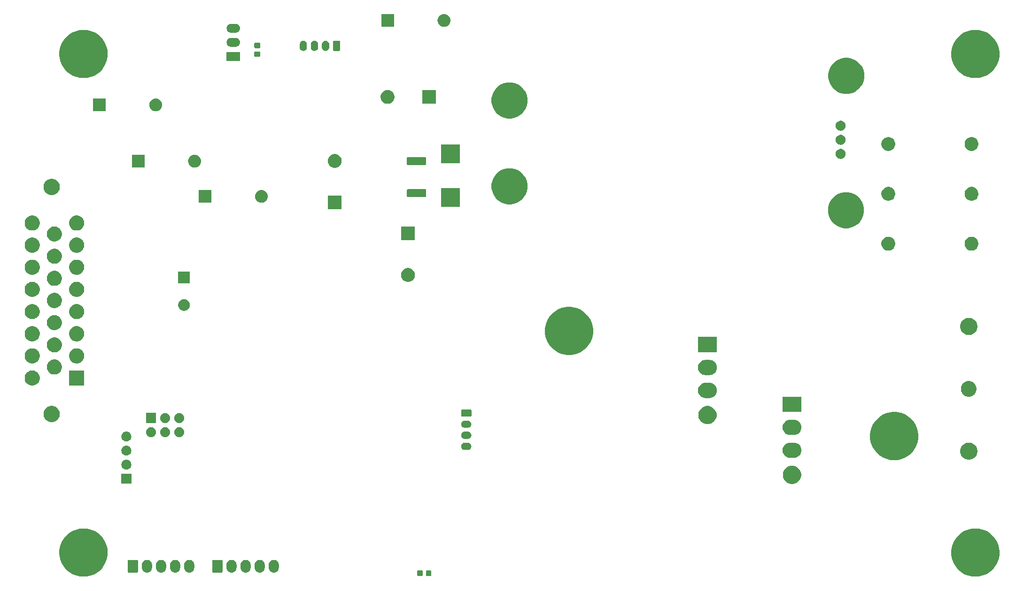
<source format=gbr>
G04 #@! TF.GenerationSoftware,KiCad,Pcbnew,(5.0.2)-1*
G04 #@! TF.CreationDate,2019-04-03T20:13:24-04:00*
G04 #@! TF.ProjectId,interface-board,696e7465-7266-4616-9365-2d626f617264,rev?*
G04 #@! TF.SameCoordinates,Original*
G04 #@! TF.FileFunction,Soldermask,Bot*
G04 #@! TF.FilePolarity,Negative*
%FSLAX46Y46*%
G04 Gerber Fmt 4.6, Leading zero omitted, Abs format (unit mm)*
G04 Created by KiCad (PCBNEW (5.0.2)-1) date 4/3/2019 8:13:24 PM*
%MOMM*%
%LPD*%
G01*
G04 APERTURE LIST*
%ADD10C,0.100000*%
G04 APERTURE END LIST*
D10*
G36*
X228572942Y-134814857D02*
X229204082Y-134940398D01*
X229995877Y-135268371D01*
X230708474Y-135744513D01*
X231314487Y-136350526D01*
X231790629Y-137063123D01*
X232118602Y-137854918D01*
X232244143Y-138486058D01*
X232285800Y-138695482D01*
X232285800Y-139552518D01*
X232275250Y-139605554D01*
X232118602Y-140393082D01*
X231790629Y-141184877D01*
X231314487Y-141897474D01*
X230708474Y-142503487D01*
X229995877Y-142979629D01*
X229204082Y-143307602D01*
X228572942Y-143433143D01*
X228363518Y-143474800D01*
X227506482Y-143474800D01*
X227297058Y-143433143D01*
X226665918Y-143307602D01*
X225874123Y-142979629D01*
X225161526Y-142503487D01*
X224555513Y-141897474D01*
X224079371Y-141184877D01*
X223751398Y-140393082D01*
X223594750Y-139605554D01*
X223584200Y-139552518D01*
X223584200Y-138695482D01*
X223625857Y-138486058D01*
X223751398Y-137854918D01*
X224079371Y-137063123D01*
X224555513Y-136350526D01*
X225161526Y-135744513D01*
X225874123Y-135268371D01*
X226665918Y-134940398D01*
X227297058Y-134814857D01*
X227506482Y-134773200D01*
X228363518Y-134773200D01*
X228572942Y-134814857D01*
X228572942Y-134814857D01*
G37*
G36*
X67822942Y-134814857D02*
X68454082Y-134940398D01*
X69245877Y-135268371D01*
X69958474Y-135744513D01*
X70564487Y-136350526D01*
X71040629Y-137063123D01*
X71368602Y-137854918D01*
X71494143Y-138486058D01*
X71535800Y-138695482D01*
X71535800Y-139552518D01*
X71525250Y-139605554D01*
X71368602Y-140393082D01*
X71040629Y-141184877D01*
X70564487Y-141897474D01*
X69958474Y-142503487D01*
X69245877Y-142979629D01*
X68454082Y-143307602D01*
X67822942Y-143433143D01*
X67613518Y-143474800D01*
X66756482Y-143474800D01*
X66547058Y-143433143D01*
X65915918Y-143307602D01*
X65124123Y-142979629D01*
X64411526Y-142503487D01*
X63805513Y-141897474D01*
X63329371Y-141184877D01*
X63001398Y-140393082D01*
X62844750Y-139605554D01*
X62834200Y-139552518D01*
X62834200Y-138695482D01*
X62875857Y-138486058D01*
X63001398Y-137854918D01*
X63329371Y-137063123D01*
X63805513Y-136350526D01*
X64411526Y-135744513D01*
X65124123Y-135268371D01*
X65915918Y-134940398D01*
X66547058Y-134814857D01*
X66756482Y-134773200D01*
X67613518Y-134773200D01*
X67822942Y-134814857D01*
X67822942Y-134814857D01*
G37*
G36*
X129734468Y-142342283D02*
X129768434Y-142352586D01*
X129799732Y-142369316D01*
X129827168Y-142391832D01*
X129849684Y-142419268D01*
X129866414Y-142450566D01*
X129876717Y-142484532D01*
X129880800Y-142525990D01*
X129880800Y-143202010D01*
X129876717Y-143243468D01*
X129866414Y-143277434D01*
X129849684Y-143308732D01*
X129827168Y-143336168D01*
X129799732Y-143358684D01*
X129768434Y-143375414D01*
X129734468Y-143385717D01*
X129693010Y-143389800D01*
X129091990Y-143389800D01*
X129050532Y-143385717D01*
X129016566Y-143375414D01*
X128985268Y-143358684D01*
X128957832Y-143336168D01*
X128935316Y-143308732D01*
X128918586Y-143277434D01*
X128908283Y-143243468D01*
X128904200Y-143202010D01*
X128904200Y-142525990D01*
X128908283Y-142484532D01*
X128918586Y-142450566D01*
X128935316Y-142419268D01*
X128957832Y-142391832D01*
X128985268Y-142369316D01*
X129016566Y-142352586D01*
X129050532Y-142342283D01*
X129091990Y-142338200D01*
X129693010Y-142338200D01*
X129734468Y-142342283D01*
X129734468Y-142342283D01*
G37*
G36*
X128159468Y-142342283D02*
X128193434Y-142352586D01*
X128224732Y-142369316D01*
X128252168Y-142391832D01*
X128274684Y-142419268D01*
X128291414Y-142450566D01*
X128301717Y-142484532D01*
X128305800Y-142525990D01*
X128305800Y-143202010D01*
X128301717Y-143243468D01*
X128291414Y-143277434D01*
X128274684Y-143308732D01*
X128252168Y-143336168D01*
X128224732Y-143358684D01*
X128193434Y-143375414D01*
X128159468Y-143385717D01*
X128118010Y-143389800D01*
X127516990Y-143389800D01*
X127475532Y-143385717D01*
X127441566Y-143375414D01*
X127410268Y-143358684D01*
X127382832Y-143336168D01*
X127360316Y-143308732D01*
X127343586Y-143277434D01*
X127333283Y-143243468D01*
X127329200Y-143202010D01*
X127329200Y-142525990D01*
X127333283Y-142484532D01*
X127343586Y-142450566D01*
X127360316Y-142419268D01*
X127382832Y-142391832D01*
X127410268Y-142369316D01*
X127441566Y-142352586D01*
X127475532Y-142342283D01*
X127516990Y-142338200D01*
X128118010Y-142338200D01*
X128159468Y-142342283D01*
X128159468Y-142342283D01*
G37*
G36*
X81325504Y-140456523D02*
X81325507Y-140456524D01*
X81499079Y-140509176D01*
X81499081Y-140509177D01*
X81499084Y-140509178D01*
X81659045Y-140594678D01*
X81799254Y-140709746D01*
X81914320Y-140849954D01*
X81999823Y-141009918D01*
X82052477Y-141183495D01*
X82065800Y-141318765D01*
X82065800Y-141869234D01*
X82052477Y-142004504D01*
X82052476Y-142004507D01*
X82052476Y-142004508D01*
X81999824Y-142178080D01*
X81999822Y-142178084D01*
X81914322Y-142338045D01*
X81799254Y-142478254D01*
X81659046Y-142593320D01*
X81659044Y-142593321D01*
X81499080Y-142678824D01*
X81380752Y-142714718D01*
X81325505Y-142731477D01*
X81145000Y-142749255D01*
X80964496Y-142731477D01*
X80909249Y-142714718D01*
X80790921Y-142678824D01*
X80630957Y-142593321D01*
X80630955Y-142593320D01*
X80490747Y-142478254D01*
X80375680Y-142338046D01*
X80290177Y-142178082D01*
X80237523Y-142004505D01*
X80224200Y-141869235D01*
X80224200Y-141318766D01*
X80237523Y-141183496D01*
X80267347Y-141085178D01*
X80290176Y-141009921D01*
X80290177Y-141009919D01*
X80290178Y-141009916D01*
X80375678Y-140849955D01*
X80490746Y-140709746D01*
X80630954Y-140594680D01*
X80790918Y-140509177D01*
X80790920Y-140509176D01*
X80964492Y-140456524D01*
X80964495Y-140456523D01*
X81145000Y-140438745D01*
X81325504Y-140456523D01*
X81325504Y-140456523D01*
G37*
G36*
X78785504Y-140456523D02*
X78785507Y-140456524D01*
X78959079Y-140509176D01*
X78959081Y-140509177D01*
X78959084Y-140509178D01*
X79119045Y-140594678D01*
X79259254Y-140709746D01*
X79374320Y-140849954D01*
X79459823Y-141009918D01*
X79512477Y-141183495D01*
X79525800Y-141318765D01*
X79525800Y-141869234D01*
X79512477Y-142004504D01*
X79512476Y-142004507D01*
X79512476Y-142004508D01*
X79459824Y-142178080D01*
X79459822Y-142178084D01*
X79374322Y-142338045D01*
X79259254Y-142478254D01*
X79119046Y-142593320D01*
X79119044Y-142593321D01*
X78959080Y-142678824D01*
X78840752Y-142714718D01*
X78785505Y-142731477D01*
X78605000Y-142749255D01*
X78424496Y-142731477D01*
X78369249Y-142714718D01*
X78250921Y-142678824D01*
X78090957Y-142593321D01*
X78090955Y-142593320D01*
X77950747Y-142478254D01*
X77835680Y-142338046D01*
X77750177Y-142178082D01*
X77697523Y-142004505D01*
X77684200Y-141869235D01*
X77684200Y-141318766D01*
X77697523Y-141183496D01*
X77727347Y-141085178D01*
X77750176Y-141009921D01*
X77750177Y-141009919D01*
X77750178Y-141009916D01*
X77835678Y-140849955D01*
X77950746Y-140709746D01*
X78090954Y-140594680D01*
X78250918Y-140509177D01*
X78250920Y-140509176D01*
X78424492Y-140456524D01*
X78424495Y-140456523D01*
X78605000Y-140438745D01*
X78785504Y-140456523D01*
X78785504Y-140456523D01*
G37*
G36*
X94025504Y-140456523D02*
X94025507Y-140456524D01*
X94199079Y-140509176D01*
X94199081Y-140509177D01*
X94199084Y-140509178D01*
X94359045Y-140594678D01*
X94499254Y-140709746D01*
X94614320Y-140849954D01*
X94699823Y-141009918D01*
X94752477Y-141183495D01*
X94765800Y-141318765D01*
X94765800Y-141869234D01*
X94752477Y-142004504D01*
X94752476Y-142004507D01*
X94752476Y-142004508D01*
X94699824Y-142178080D01*
X94699822Y-142178084D01*
X94614322Y-142338045D01*
X94499254Y-142478254D01*
X94359046Y-142593320D01*
X94359044Y-142593321D01*
X94199080Y-142678824D01*
X94080752Y-142714718D01*
X94025505Y-142731477D01*
X93845000Y-142749255D01*
X93664496Y-142731477D01*
X93609249Y-142714718D01*
X93490921Y-142678824D01*
X93330957Y-142593321D01*
X93330955Y-142593320D01*
X93190747Y-142478254D01*
X93075680Y-142338046D01*
X92990177Y-142178082D01*
X92937523Y-142004505D01*
X92924200Y-141869235D01*
X92924200Y-141318766D01*
X92937523Y-141183496D01*
X92967347Y-141085178D01*
X92990176Y-141009921D01*
X92990177Y-141009919D01*
X92990178Y-141009916D01*
X93075678Y-140849955D01*
X93190746Y-140709746D01*
X93330954Y-140594680D01*
X93490918Y-140509177D01*
X93490920Y-140509176D01*
X93664492Y-140456524D01*
X93664495Y-140456523D01*
X93845000Y-140438745D01*
X94025504Y-140456523D01*
X94025504Y-140456523D01*
G37*
G36*
X96565504Y-140456523D02*
X96565507Y-140456524D01*
X96739079Y-140509176D01*
X96739081Y-140509177D01*
X96739084Y-140509178D01*
X96899045Y-140594678D01*
X97039254Y-140709746D01*
X97154320Y-140849954D01*
X97239823Y-141009918D01*
X97292477Y-141183495D01*
X97305800Y-141318765D01*
X97305800Y-141869234D01*
X97292477Y-142004504D01*
X97292476Y-142004507D01*
X97292476Y-142004508D01*
X97239824Y-142178080D01*
X97239822Y-142178084D01*
X97154322Y-142338045D01*
X97039254Y-142478254D01*
X96899046Y-142593320D01*
X96899044Y-142593321D01*
X96739080Y-142678824D01*
X96620752Y-142714718D01*
X96565505Y-142731477D01*
X96385000Y-142749255D01*
X96204496Y-142731477D01*
X96149249Y-142714718D01*
X96030921Y-142678824D01*
X95870957Y-142593321D01*
X95870955Y-142593320D01*
X95730747Y-142478254D01*
X95615680Y-142338046D01*
X95530177Y-142178082D01*
X95477523Y-142004505D01*
X95464200Y-141869235D01*
X95464200Y-141318766D01*
X95477523Y-141183496D01*
X95507347Y-141085178D01*
X95530176Y-141009921D01*
X95530177Y-141009919D01*
X95530178Y-141009916D01*
X95615678Y-140849955D01*
X95730746Y-140709746D01*
X95870954Y-140594680D01*
X96030918Y-140509177D01*
X96030920Y-140509176D01*
X96204492Y-140456524D01*
X96204495Y-140456523D01*
X96385000Y-140438745D01*
X96565504Y-140456523D01*
X96565504Y-140456523D01*
G37*
G36*
X99105504Y-140456523D02*
X99105507Y-140456524D01*
X99279079Y-140509176D01*
X99279081Y-140509177D01*
X99279084Y-140509178D01*
X99439045Y-140594678D01*
X99579254Y-140709746D01*
X99694320Y-140849954D01*
X99779823Y-141009918D01*
X99832477Y-141183495D01*
X99845800Y-141318765D01*
X99845800Y-141869234D01*
X99832477Y-142004504D01*
X99832476Y-142004507D01*
X99832476Y-142004508D01*
X99779824Y-142178080D01*
X99779822Y-142178084D01*
X99694322Y-142338045D01*
X99579254Y-142478254D01*
X99439046Y-142593320D01*
X99439044Y-142593321D01*
X99279080Y-142678824D01*
X99160752Y-142714718D01*
X99105505Y-142731477D01*
X98925000Y-142749255D01*
X98744496Y-142731477D01*
X98689249Y-142714718D01*
X98570921Y-142678824D01*
X98410957Y-142593321D01*
X98410955Y-142593320D01*
X98270747Y-142478254D01*
X98155680Y-142338046D01*
X98070177Y-142178082D01*
X98017523Y-142004505D01*
X98004200Y-141869235D01*
X98004200Y-141318766D01*
X98017523Y-141183496D01*
X98047347Y-141085178D01*
X98070176Y-141009921D01*
X98070177Y-141009919D01*
X98070178Y-141009916D01*
X98155678Y-140849955D01*
X98270746Y-140709746D01*
X98410954Y-140594680D01*
X98570918Y-140509177D01*
X98570920Y-140509176D01*
X98744492Y-140456524D01*
X98744495Y-140456523D01*
X98925000Y-140438745D01*
X99105504Y-140456523D01*
X99105504Y-140456523D01*
G37*
G36*
X101645504Y-140456523D02*
X101645507Y-140456524D01*
X101819079Y-140509176D01*
X101819081Y-140509177D01*
X101819084Y-140509178D01*
X101979045Y-140594678D01*
X102119254Y-140709746D01*
X102234320Y-140849954D01*
X102319823Y-141009918D01*
X102372477Y-141183495D01*
X102385800Y-141318765D01*
X102385800Y-141869234D01*
X102372477Y-142004504D01*
X102372476Y-142004507D01*
X102372476Y-142004508D01*
X102319824Y-142178080D01*
X102319822Y-142178084D01*
X102234322Y-142338045D01*
X102119254Y-142478254D01*
X101979046Y-142593320D01*
X101979044Y-142593321D01*
X101819080Y-142678824D01*
X101700752Y-142714718D01*
X101645505Y-142731477D01*
X101465000Y-142749255D01*
X101284496Y-142731477D01*
X101229249Y-142714718D01*
X101110921Y-142678824D01*
X100950957Y-142593321D01*
X100950955Y-142593320D01*
X100810747Y-142478254D01*
X100695680Y-142338046D01*
X100610177Y-142178082D01*
X100557523Y-142004505D01*
X100544200Y-141869235D01*
X100544200Y-141318766D01*
X100557523Y-141183496D01*
X100587347Y-141085178D01*
X100610176Y-141009921D01*
X100610177Y-141009919D01*
X100610178Y-141009916D01*
X100695678Y-140849955D01*
X100810746Y-140709746D01*
X100950954Y-140594680D01*
X101110918Y-140509177D01*
X101110920Y-140509176D01*
X101284492Y-140456524D01*
X101284495Y-140456523D01*
X101465000Y-140438745D01*
X101645504Y-140456523D01*
X101645504Y-140456523D01*
G37*
G36*
X83865504Y-140456523D02*
X83865507Y-140456524D01*
X84039079Y-140509176D01*
X84039081Y-140509177D01*
X84039084Y-140509178D01*
X84199045Y-140594678D01*
X84339254Y-140709746D01*
X84454320Y-140849954D01*
X84539823Y-141009918D01*
X84592477Y-141183495D01*
X84605800Y-141318765D01*
X84605800Y-141869234D01*
X84592477Y-142004504D01*
X84592476Y-142004507D01*
X84592476Y-142004508D01*
X84539824Y-142178080D01*
X84539822Y-142178084D01*
X84454322Y-142338045D01*
X84339254Y-142478254D01*
X84199046Y-142593320D01*
X84199044Y-142593321D01*
X84039080Y-142678824D01*
X83920752Y-142714718D01*
X83865505Y-142731477D01*
X83685000Y-142749255D01*
X83504496Y-142731477D01*
X83449249Y-142714718D01*
X83330921Y-142678824D01*
X83170957Y-142593321D01*
X83170955Y-142593320D01*
X83030747Y-142478254D01*
X82915680Y-142338046D01*
X82830177Y-142178082D01*
X82777523Y-142004505D01*
X82764200Y-141869235D01*
X82764200Y-141318766D01*
X82777523Y-141183496D01*
X82807347Y-141085178D01*
X82830176Y-141009921D01*
X82830177Y-141009919D01*
X82830178Y-141009916D01*
X82915678Y-140849955D01*
X83030746Y-140709746D01*
X83170954Y-140594680D01*
X83330918Y-140509177D01*
X83330920Y-140509176D01*
X83504492Y-140456524D01*
X83504495Y-140456523D01*
X83685000Y-140438745D01*
X83865504Y-140456523D01*
X83865504Y-140456523D01*
G37*
G36*
X86405504Y-140456523D02*
X86405507Y-140456524D01*
X86579079Y-140509176D01*
X86579081Y-140509177D01*
X86579084Y-140509178D01*
X86739045Y-140594678D01*
X86879254Y-140709746D01*
X86994320Y-140849954D01*
X87079823Y-141009918D01*
X87132477Y-141183495D01*
X87145800Y-141318765D01*
X87145800Y-141869234D01*
X87132477Y-142004504D01*
X87132476Y-142004507D01*
X87132476Y-142004508D01*
X87079824Y-142178080D01*
X87079822Y-142178084D01*
X86994322Y-142338045D01*
X86879254Y-142478254D01*
X86739046Y-142593320D01*
X86739044Y-142593321D01*
X86579080Y-142678824D01*
X86460752Y-142714718D01*
X86405505Y-142731477D01*
X86225000Y-142749255D01*
X86044496Y-142731477D01*
X85989249Y-142714718D01*
X85870921Y-142678824D01*
X85710957Y-142593321D01*
X85710955Y-142593320D01*
X85570747Y-142478254D01*
X85455680Y-142338046D01*
X85370177Y-142178082D01*
X85317523Y-142004505D01*
X85304200Y-141869235D01*
X85304200Y-141318766D01*
X85317523Y-141183496D01*
X85347347Y-141085178D01*
X85370176Y-141009921D01*
X85370177Y-141009919D01*
X85370178Y-141009916D01*
X85455678Y-140849955D01*
X85570746Y-140709746D01*
X85710954Y-140594680D01*
X85870918Y-140509177D01*
X85870920Y-140509176D01*
X86044492Y-140456524D01*
X86044495Y-140456523D01*
X86225000Y-140438745D01*
X86405504Y-140456523D01*
X86405504Y-140456523D01*
G37*
G36*
X76844409Y-140447165D02*
X76877219Y-140457118D01*
X76907460Y-140473282D01*
X76933965Y-140495035D01*
X76955718Y-140521540D01*
X76971882Y-140551781D01*
X76981835Y-140584591D01*
X76985800Y-140624854D01*
X76985800Y-142563146D01*
X76981835Y-142603409D01*
X76971882Y-142636219D01*
X76955718Y-142666460D01*
X76933965Y-142692965D01*
X76907460Y-142714718D01*
X76877219Y-142730882D01*
X76844409Y-142740835D01*
X76804146Y-142744800D01*
X75325854Y-142744800D01*
X75285591Y-142740835D01*
X75252781Y-142730882D01*
X75222540Y-142714718D01*
X75196035Y-142692965D01*
X75174282Y-142666460D01*
X75158118Y-142636219D01*
X75148165Y-142603409D01*
X75144200Y-142563146D01*
X75144200Y-140624854D01*
X75148165Y-140584591D01*
X75158118Y-140551781D01*
X75174282Y-140521540D01*
X75196035Y-140495035D01*
X75222540Y-140473282D01*
X75252781Y-140457118D01*
X75285591Y-140447165D01*
X75325854Y-140443200D01*
X76804146Y-140443200D01*
X76844409Y-140447165D01*
X76844409Y-140447165D01*
G37*
G36*
X92084409Y-140447165D02*
X92117219Y-140457118D01*
X92147460Y-140473282D01*
X92173965Y-140495035D01*
X92195718Y-140521540D01*
X92211882Y-140551781D01*
X92221835Y-140584591D01*
X92225800Y-140624854D01*
X92225800Y-142563146D01*
X92221835Y-142603409D01*
X92211882Y-142636219D01*
X92195718Y-142666460D01*
X92173965Y-142692965D01*
X92147460Y-142714718D01*
X92117219Y-142730882D01*
X92084409Y-142740835D01*
X92044146Y-142744800D01*
X90565854Y-142744800D01*
X90525591Y-142740835D01*
X90492781Y-142730882D01*
X90462540Y-142714718D01*
X90436035Y-142692965D01*
X90414282Y-142666460D01*
X90398118Y-142636219D01*
X90388165Y-142603409D01*
X90384200Y-142563146D01*
X90384200Y-140624854D01*
X90388165Y-140584591D01*
X90398118Y-140551781D01*
X90414282Y-140521540D01*
X90436035Y-140495035D01*
X90462540Y-140473282D01*
X90492781Y-140457118D01*
X90525591Y-140447165D01*
X90565854Y-140443200D01*
X92044146Y-140443200D01*
X92084409Y-140447165D01*
X92084409Y-140447165D01*
G37*
G36*
X195205104Y-123490727D02*
X195363604Y-123522255D01*
X195487290Y-123573488D01*
X195662209Y-123645941D01*
X195930952Y-123825510D01*
X196159490Y-124054048D01*
X196339059Y-124322791D01*
X196462745Y-124621397D01*
X196525800Y-124938394D01*
X196525800Y-125261606D01*
X196462745Y-125578603D01*
X196339059Y-125877209D01*
X196159490Y-126145952D01*
X195930952Y-126374490D01*
X195662209Y-126554059D01*
X195487290Y-126626512D01*
X195363604Y-126677745D01*
X195302999Y-126689800D01*
X195046606Y-126740800D01*
X194723394Y-126740800D01*
X194467001Y-126689800D01*
X194406396Y-126677745D01*
X194282710Y-126626512D01*
X194107791Y-126554059D01*
X193839048Y-126374490D01*
X193610510Y-126145952D01*
X193430941Y-125877209D01*
X193307255Y-125578603D01*
X193244200Y-125261606D01*
X193244200Y-124938394D01*
X193307255Y-124621397D01*
X193430941Y-124322791D01*
X193610510Y-124054048D01*
X193839048Y-123825510D01*
X194107791Y-123645941D01*
X194282710Y-123573488D01*
X194406396Y-123522255D01*
X194564896Y-123490727D01*
X194723394Y-123459200D01*
X195046606Y-123459200D01*
X195205104Y-123490727D01*
X195205104Y-123490727D01*
G37*
G36*
X75800800Y-126689800D02*
X73999200Y-126689800D01*
X73999200Y-124888200D01*
X75800800Y-124888200D01*
X75800800Y-126689800D01*
X75800800Y-126689800D01*
G37*
G36*
X74988362Y-122352545D02*
X75076588Y-122361234D01*
X75189789Y-122395573D01*
X75246390Y-122412743D01*
X75384980Y-122486822D01*
X75402879Y-122496389D01*
X75438609Y-122525712D01*
X75540044Y-122608956D01*
X75623288Y-122710391D01*
X75652611Y-122746121D01*
X75652612Y-122746123D01*
X75736257Y-122902610D01*
X75736257Y-122902611D01*
X75787766Y-123072412D01*
X75805158Y-123249000D01*
X75787766Y-123425588D01*
X75758442Y-123522255D01*
X75736257Y-123595390D01*
X75709236Y-123645942D01*
X75652611Y-123751879D01*
X75623288Y-123787609D01*
X75540044Y-123889044D01*
X75438609Y-123972288D01*
X75402879Y-124001611D01*
X75402877Y-124001612D01*
X75246390Y-124085257D01*
X75189789Y-124102427D01*
X75076588Y-124136766D01*
X74988362Y-124145455D01*
X74944250Y-124149800D01*
X74855750Y-124149800D01*
X74811638Y-124145455D01*
X74723412Y-124136766D01*
X74610211Y-124102427D01*
X74553610Y-124085257D01*
X74397123Y-124001612D01*
X74397121Y-124001611D01*
X74361391Y-123972288D01*
X74259956Y-123889044D01*
X74176712Y-123787609D01*
X74147389Y-123751879D01*
X74090764Y-123645942D01*
X74063743Y-123595390D01*
X74041558Y-123522255D01*
X74012234Y-123425588D01*
X73994842Y-123249000D01*
X74012234Y-123072412D01*
X74063743Y-122902611D01*
X74063743Y-122902610D01*
X74147388Y-122746123D01*
X74147389Y-122746121D01*
X74176712Y-122710391D01*
X74259956Y-122608956D01*
X74361391Y-122525712D01*
X74397121Y-122496389D01*
X74415020Y-122486822D01*
X74553610Y-122412743D01*
X74610211Y-122395573D01*
X74723412Y-122361234D01*
X74811638Y-122352545D01*
X74855750Y-122348200D01*
X74944250Y-122348200D01*
X74988362Y-122352545D01*
X74988362Y-122352545D01*
G37*
G36*
X213937942Y-113785857D02*
X214569082Y-113911398D01*
X215360877Y-114239371D01*
X216073474Y-114715513D01*
X216679487Y-115321526D01*
X217155629Y-116034123D01*
X217483602Y-116825918D01*
X217597983Y-117400952D01*
X217650800Y-117666482D01*
X217650800Y-118523518D01*
X217636422Y-118595800D01*
X217483602Y-119364082D01*
X217155629Y-120155877D01*
X216679487Y-120868474D01*
X216073474Y-121474487D01*
X215360877Y-121950629D01*
X214569082Y-122278602D01*
X213937942Y-122404143D01*
X213728518Y-122445800D01*
X212871482Y-122445800D01*
X212662058Y-122404143D01*
X212030918Y-122278602D01*
X211239123Y-121950629D01*
X210526526Y-121474487D01*
X209920513Y-120868474D01*
X209444371Y-120155877D01*
X209116398Y-119364082D01*
X208963578Y-118595800D01*
X208949200Y-118523518D01*
X208949200Y-117666482D01*
X209002017Y-117400952D01*
X209116398Y-116825918D01*
X209444371Y-116034123D01*
X209920513Y-115321526D01*
X210526526Y-114715513D01*
X211239123Y-114239371D01*
X212030918Y-113911398D01*
X212662058Y-113785857D01*
X212871482Y-113744200D01*
X213728518Y-113744200D01*
X213937942Y-113785857D01*
X213937942Y-113785857D01*
G37*
G36*
X227187352Y-119332796D02*
X227469579Y-119449699D01*
X227723578Y-119619415D01*
X227939585Y-119835422D01*
X228109301Y-120089421D01*
X228226204Y-120371648D01*
X228285800Y-120671259D01*
X228285800Y-120976741D01*
X228226204Y-121276352D01*
X228109301Y-121558579D01*
X227939585Y-121812578D01*
X227723578Y-122028585D01*
X227469579Y-122198301D01*
X227187352Y-122315204D01*
X226887741Y-122374800D01*
X226582259Y-122374800D01*
X226282648Y-122315204D01*
X226000421Y-122198301D01*
X225746422Y-122028585D01*
X225530415Y-121812578D01*
X225360699Y-121558579D01*
X225243796Y-121276352D01*
X225184200Y-120976741D01*
X225184200Y-120671259D01*
X225243796Y-120371648D01*
X225360699Y-120089421D01*
X225530415Y-119835422D01*
X225746422Y-119619415D01*
X226000421Y-119449699D01*
X226282648Y-119332796D01*
X226582259Y-119273200D01*
X226887741Y-119273200D01*
X227187352Y-119332796D01*
X227187352Y-119332796D01*
G37*
G36*
X195483725Y-119309034D02*
X195742120Y-119387418D01*
X195980261Y-119514706D01*
X196188992Y-119686008D01*
X196360294Y-119894739D01*
X196487582Y-120132880D01*
X196565966Y-120391275D01*
X196592432Y-120660000D01*
X196565966Y-120928725D01*
X196487582Y-121187120D01*
X196360294Y-121425261D01*
X196188992Y-121633992D01*
X195980261Y-121805294D01*
X195742120Y-121932582D01*
X195483725Y-122010966D01*
X195282340Y-122030800D01*
X194487660Y-122030800D01*
X194286275Y-122010966D01*
X194027880Y-121932582D01*
X193789739Y-121805294D01*
X193581008Y-121633992D01*
X193409706Y-121425261D01*
X193282418Y-121187120D01*
X193204034Y-120928725D01*
X193177568Y-120660000D01*
X193204034Y-120391275D01*
X193282418Y-120132880D01*
X193409706Y-119894739D01*
X193581008Y-119686008D01*
X193789739Y-119514706D01*
X194027880Y-119387418D01*
X194286275Y-119309034D01*
X194487660Y-119289200D01*
X195282340Y-119289200D01*
X195483725Y-119309034D01*
X195483725Y-119309034D01*
G37*
G36*
X74988362Y-119812545D02*
X75076588Y-119821234D01*
X75189789Y-119855573D01*
X75246390Y-119872743D01*
X75356532Y-119931616D01*
X75402879Y-119956389D01*
X75438609Y-119985712D01*
X75540044Y-120068956D01*
X75611375Y-120155875D01*
X75652611Y-120206121D01*
X75652612Y-120206123D01*
X75736257Y-120362610D01*
X75744952Y-120391275D01*
X75787766Y-120532412D01*
X75805158Y-120709000D01*
X75787766Y-120885588D01*
X75774680Y-120928725D01*
X75736257Y-121055390D01*
X75672900Y-121173922D01*
X75652611Y-121211879D01*
X75623288Y-121247609D01*
X75540044Y-121349044D01*
X75438609Y-121432288D01*
X75402879Y-121461611D01*
X75402877Y-121461612D01*
X75246390Y-121545257D01*
X75206959Y-121557218D01*
X75076588Y-121596766D01*
X74988362Y-121605455D01*
X74944250Y-121609800D01*
X74855750Y-121609800D01*
X74811638Y-121605455D01*
X74723412Y-121596766D01*
X74593041Y-121557218D01*
X74553610Y-121545257D01*
X74397123Y-121461612D01*
X74397121Y-121461611D01*
X74361391Y-121432288D01*
X74259956Y-121349044D01*
X74176712Y-121247609D01*
X74147389Y-121211879D01*
X74127100Y-121173922D01*
X74063743Y-121055390D01*
X74025320Y-120928725D01*
X74012234Y-120885588D01*
X73994842Y-120709000D01*
X74012234Y-120532412D01*
X74055048Y-120391275D01*
X74063743Y-120362610D01*
X74147388Y-120206123D01*
X74147389Y-120206121D01*
X74188625Y-120155875D01*
X74259956Y-120068956D01*
X74361391Y-119985712D01*
X74397121Y-119956389D01*
X74443468Y-119931616D01*
X74553610Y-119872743D01*
X74610211Y-119855573D01*
X74723412Y-119821234D01*
X74811638Y-119812545D01*
X74855750Y-119808200D01*
X74944250Y-119808200D01*
X74988362Y-119812545D01*
X74988362Y-119812545D01*
G37*
G36*
X136524462Y-119298600D02*
X136572270Y-119303308D01*
X136694946Y-119340522D01*
X136694949Y-119340523D01*
X136808005Y-119400952D01*
X136907102Y-119482280D01*
X136988430Y-119581377D01*
X137048859Y-119694433D01*
X137048860Y-119694436D01*
X137086074Y-119817112D01*
X137098639Y-119944691D01*
X137086074Y-120072270D01*
X137048860Y-120194946D01*
X137048859Y-120194949D01*
X136988430Y-120308005D01*
X136907102Y-120407102D01*
X136808005Y-120488430D01*
X136694949Y-120548859D01*
X136694946Y-120548860D01*
X136572270Y-120586074D01*
X136524462Y-120590782D01*
X136476656Y-120595491D01*
X135862726Y-120595491D01*
X135814920Y-120590782D01*
X135767112Y-120586074D01*
X135644436Y-120548860D01*
X135644433Y-120548859D01*
X135531377Y-120488430D01*
X135432280Y-120407102D01*
X135350952Y-120308005D01*
X135290523Y-120194949D01*
X135290522Y-120194946D01*
X135253308Y-120072270D01*
X135240743Y-119944691D01*
X135253308Y-119817112D01*
X135290522Y-119694436D01*
X135290523Y-119694433D01*
X135350952Y-119581377D01*
X135432280Y-119482280D01*
X135531377Y-119400952D01*
X135644433Y-119340523D01*
X135644436Y-119340522D01*
X135767112Y-119303308D01*
X135814920Y-119298600D01*
X135862726Y-119293891D01*
X136476656Y-119293891D01*
X136524462Y-119298600D01*
X136524462Y-119298600D01*
G37*
G36*
X74988362Y-117272545D02*
X75076588Y-117281234D01*
X75189789Y-117315573D01*
X75246390Y-117332743D01*
X75373999Y-117400952D01*
X75402879Y-117416389D01*
X75438609Y-117445712D01*
X75540044Y-117528956D01*
X75593587Y-117594200D01*
X75652611Y-117666121D01*
X75652612Y-117666123D01*
X75736257Y-117822610D01*
X75736257Y-117822611D01*
X75787766Y-117992412D01*
X75805158Y-118169000D01*
X75787766Y-118345588D01*
X75766940Y-118414241D01*
X75736257Y-118515390D01*
X75693276Y-118595800D01*
X75652611Y-118671879D01*
X75623288Y-118707609D01*
X75540044Y-118809044D01*
X75438609Y-118892288D01*
X75402879Y-118921611D01*
X75402877Y-118921612D01*
X75246390Y-119005257D01*
X75189789Y-119022427D01*
X75076588Y-119056766D01*
X74988362Y-119065455D01*
X74944250Y-119069800D01*
X74855750Y-119069800D01*
X74811638Y-119065455D01*
X74723412Y-119056766D01*
X74610211Y-119022427D01*
X74553610Y-119005257D01*
X74397123Y-118921612D01*
X74397121Y-118921611D01*
X74361391Y-118892288D01*
X74259956Y-118809044D01*
X74176712Y-118707609D01*
X74147389Y-118671879D01*
X74106724Y-118595800D01*
X74063743Y-118515390D01*
X74033060Y-118414241D01*
X74012234Y-118345588D01*
X73994842Y-118169000D01*
X74012234Y-117992412D01*
X74063743Y-117822611D01*
X74063743Y-117822610D01*
X74147388Y-117666123D01*
X74147389Y-117666121D01*
X74206413Y-117594200D01*
X74259956Y-117528956D01*
X74361391Y-117445712D01*
X74397121Y-117416389D01*
X74426001Y-117400952D01*
X74553610Y-117332743D01*
X74610211Y-117315573D01*
X74723412Y-117281234D01*
X74811638Y-117272545D01*
X74855750Y-117268200D01*
X74944250Y-117268200D01*
X74988362Y-117272545D01*
X74988362Y-117272545D01*
G37*
G36*
X136524462Y-117298600D02*
X136572270Y-117303308D01*
X136694946Y-117340522D01*
X136694949Y-117340523D01*
X136808005Y-117400952D01*
X136907102Y-117482280D01*
X136988430Y-117581377D01*
X137048859Y-117694433D01*
X137048860Y-117694436D01*
X137086074Y-117817112D01*
X137098639Y-117944691D01*
X137086074Y-118072270D01*
X137069589Y-118126612D01*
X137048859Y-118194949D01*
X136988430Y-118308005D01*
X136907102Y-118407102D01*
X136808005Y-118488430D01*
X136694949Y-118548859D01*
X136694946Y-118548860D01*
X136572270Y-118586074D01*
X136524462Y-118590783D01*
X136476656Y-118595491D01*
X135862726Y-118595491D01*
X135814920Y-118590783D01*
X135767112Y-118586074D01*
X135644436Y-118548860D01*
X135644433Y-118548859D01*
X135531377Y-118488430D01*
X135432280Y-118407102D01*
X135350952Y-118308005D01*
X135290523Y-118194949D01*
X135269793Y-118126612D01*
X135253308Y-118072270D01*
X135240743Y-117944691D01*
X135253308Y-117817112D01*
X135290522Y-117694436D01*
X135290523Y-117694433D01*
X135350952Y-117581377D01*
X135432280Y-117482280D01*
X135531377Y-117400952D01*
X135644433Y-117340523D01*
X135644436Y-117340522D01*
X135767112Y-117303308D01*
X135814920Y-117298600D01*
X135862726Y-117293891D01*
X136476656Y-117293891D01*
X136524462Y-117298600D01*
X136524462Y-117298600D01*
G37*
G36*
X79433362Y-116477545D02*
X79521588Y-116486234D01*
X79632899Y-116520000D01*
X79691390Y-116537743D01*
X79829980Y-116611822D01*
X79847879Y-116621389D01*
X79883609Y-116650712D01*
X79985044Y-116733956D01*
X80060514Y-116825918D01*
X80097611Y-116871121D01*
X80097612Y-116871123D01*
X80181257Y-117027610D01*
X80181257Y-117027611D01*
X80232766Y-117197412D01*
X80250158Y-117374000D01*
X80232766Y-117550588D01*
X80223426Y-117581377D01*
X80181257Y-117720390D01*
X80142669Y-117792582D01*
X80097611Y-117876879D01*
X80086186Y-117890800D01*
X79985044Y-118014044D01*
X79883609Y-118097288D01*
X79847879Y-118126611D01*
X79847877Y-118126612D01*
X79691390Y-118210257D01*
X79634789Y-118227427D01*
X79521588Y-118261766D01*
X79433362Y-118270455D01*
X79389250Y-118274800D01*
X79300750Y-118274800D01*
X79256638Y-118270455D01*
X79168412Y-118261766D01*
X79055211Y-118227427D01*
X78998610Y-118210257D01*
X78842123Y-118126612D01*
X78842121Y-118126611D01*
X78806391Y-118097288D01*
X78704956Y-118014044D01*
X78603814Y-117890800D01*
X78592389Y-117876879D01*
X78547331Y-117792582D01*
X78508743Y-117720390D01*
X78466574Y-117581377D01*
X78457234Y-117550588D01*
X78439842Y-117374000D01*
X78457234Y-117197412D01*
X78508743Y-117027611D01*
X78508743Y-117027610D01*
X78592388Y-116871123D01*
X78592389Y-116871121D01*
X78629486Y-116825918D01*
X78704956Y-116733956D01*
X78806391Y-116650712D01*
X78842121Y-116621389D01*
X78860020Y-116611822D01*
X78998610Y-116537743D01*
X79057101Y-116520000D01*
X79168412Y-116486234D01*
X79256638Y-116477545D01*
X79300750Y-116473200D01*
X79389250Y-116473200D01*
X79433362Y-116477545D01*
X79433362Y-116477545D01*
G37*
G36*
X84513362Y-116477545D02*
X84601588Y-116486234D01*
X84712899Y-116520000D01*
X84771390Y-116537743D01*
X84909980Y-116611822D01*
X84927879Y-116621389D01*
X84963609Y-116650712D01*
X85065044Y-116733956D01*
X85140514Y-116825918D01*
X85177611Y-116871121D01*
X85177612Y-116871123D01*
X85261257Y-117027610D01*
X85261257Y-117027611D01*
X85312766Y-117197412D01*
X85330158Y-117374000D01*
X85312766Y-117550588D01*
X85303426Y-117581377D01*
X85261257Y-117720390D01*
X85222669Y-117792582D01*
X85177611Y-117876879D01*
X85166186Y-117890800D01*
X85065044Y-118014044D01*
X84963609Y-118097288D01*
X84927879Y-118126611D01*
X84927877Y-118126612D01*
X84771390Y-118210257D01*
X84714789Y-118227427D01*
X84601588Y-118261766D01*
X84513362Y-118270455D01*
X84469250Y-118274800D01*
X84380750Y-118274800D01*
X84336638Y-118270455D01*
X84248412Y-118261766D01*
X84135211Y-118227427D01*
X84078610Y-118210257D01*
X83922123Y-118126612D01*
X83922121Y-118126611D01*
X83886391Y-118097288D01*
X83784956Y-118014044D01*
X83683814Y-117890800D01*
X83672389Y-117876879D01*
X83627331Y-117792582D01*
X83588743Y-117720390D01*
X83546574Y-117581377D01*
X83537234Y-117550588D01*
X83519842Y-117374000D01*
X83537234Y-117197412D01*
X83588743Y-117027611D01*
X83588743Y-117027610D01*
X83672388Y-116871123D01*
X83672389Y-116871121D01*
X83709486Y-116825918D01*
X83784956Y-116733956D01*
X83886391Y-116650712D01*
X83922121Y-116621389D01*
X83940020Y-116611822D01*
X84078610Y-116537743D01*
X84137101Y-116520000D01*
X84248412Y-116486234D01*
X84336638Y-116477545D01*
X84380750Y-116473200D01*
X84469250Y-116473200D01*
X84513362Y-116477545D01*
X84513362Y-116477545D01*
G37*
G36*
X81973362Y-116477545D02*
X82061588Y-116486234D01*
X82172899Y-116520000D01*
X82231390Y-116537743D01*
X82369980Y-116611822D01*
X82387879Y-116621389D01*
X82423609Y-116650712D01*
X82525044Y-116733956D01*
X82600514Y-116825918D01*
X82637611Y-116871121D01*
X82637612Y-116871123D01*
X82721257Y-117027610D01*
X82721257Y-117027611D01*
X82772766Y-117197412D01*
X82790158Y-117374000D01*
X82772766Y-117550588D01*
X82763426Y-117581377D01*
X82721257Y-117720390D01*
X82682669Y-117792582D01*
X82637611Y-117876879D01*
X82626186Y-117890800D01*
X82525044Y-118014044D01*
X82423609Y-118097288D01*
X82387879Y-118126611D01*
X82387877Y-118126612D01*
X82231390Y-118210257D01*
X82174789Y-118227427D01*
X82061588Y-118261766D01*
X81973362Y-118270455D01*
X81929250Y-118274800D01*
X81840750Y-118274800D01*
X81796638Y-118270455D01*
X81708412Y-118261766D01*
X81595211Y-118227427D01*
X81538610Y-118210257D01*
X81382123Y-118126612D01*
X81382121Y-118126611D01*
X81346391Y-118097288D01*
X81244956Y-118014044D01*
X81143814Y-117890800D01*
X81132389Y-117876879D01*
X81087331Y-117792582D01*
X81048743Y-117720390D01*
X81006574Y-117581377D01*
X80997234Y-117550588D01*
X80979842Y-117374000D01*
X80997234Y-117197412D01*
X81048743Y-117027611D01*
X81048743Y-117027610D01*
X81132388Y-116871123D01*
X81132389Y-116871121D01*
X81169486Y-116825918D01*
X81244956Y-116733956D01*
X81346391Y-116650712D01*
X81382121Y-116621389D01*
X81400020Y-116611822D01*
X81538610Y-116537743D01*
X81597101Y-116520000D01*
X81708412Y-116486234D01*
X81796638Y-116477545D01*
X81840750Y-116473200D01*
X81929250Y-116473200D01*
X81973362Y-116477545D01*
X81973362Y-116477545D01*
G37*
G36*
X195483725Y-115169034D02*
X195742120Y-115247418D01*
X195980261Y-115374706D01*
X196188992Y-115546008D01*
X196360294Y-115754739D01*
X196487582Y-115992880D01*
X196565966Y-116251275D01*
X196592432Y-116520000D01*
X196565966Y-116788725D01*
X196487582Y-117047120D01*
X196360294Y-117285261D01*
X196188992Y-117493992D01*
X195980261Y-117665294D01*
X195742120Y-117792582D01*
X195483725Y-117870966D01*
X195282340Y-117890800D01*
X194487660Y-117890800D01*
X194286275Y-117870966D01*
X194027880Y-117792582D01*
X193789739Y-117665294D01*
X193581008Y-117493992D01*
X193409706Y-117285261D01*
X193282418Y-117047120D01*
X193204034Y-116788725D01*
X193177568Y-116520000D01*
X193204034Y-116251275D01*
X193282418Y-115992880D01*
X193409706Y-115754739D01*
X193581008Y-115546008D01*
X193789739Y-115374706D01*
X194027880Y-115247418D01*
X194286275Y-115169034D01*
X194487660Y-115149200D01*
X195282340Y-115149200D01*
X195483725Y-115169034D01*
X195483725Y-115169034D01*
G37*
G36*
X136524462Y-115298600D02*
X136572270Y-115303308D01*
X136694946Y-115340522D01*
X136694949Y-115340523D01*
X136808005Y-115400952D01*
X136907102Y-115482280D01*
X136988430Y-115581377D01*
X137048859Y-115694433D01*
X137048860Y-115694436D01*
X137086074Y-115817112D01*
X137098639Y-115944691D01*
X137086074Y-116072270D01*
X137067402Y-116133822D01*
X137048859Y-116194949D01*
X136988430Y-116308005D01*
X136907102Y-116407102D01*
X136808005Y-116488430D01*
X136694949Y-116548859D01*
X136694946Y-116548860D01*
X136572270Y-116586074D01*
X136524462Y-116590782D01*
X136476656Y-116595491D01*
X135862726Y-116595491D01*
X135814920Y-116590782D01*
X135767112Y-116586074D01*
X135644436Y-116548860D01*
X135644433Y-116548859D01*
X135531377Y-116488430D01*
X135432280Y-116407102D01*
X135350952Y-116308005D01*
X135290523Y-116194949D01*
X135271980Y-116133822D01*
X135253308Y-116072270D01*
X135240743Y-115944691D01*
X135253308Y-115817112D01*
X135290522Y-115694436D01*
X135290523Y-115694433D01*
X135350952Y-115581377D01*
X135432280Y-115482280D01*
X135531377Y-115400952D01*
X135644433Y-115340523D01*
X135644436Y-115340522D01*
X135767112Y-115303308D01*
X135814920Y-115298600D01*
X135862726Y-115293891D01*
X136476656Y-115293891D01*
X136524462Y-115298600D01*
X136524462Y-115298600D01*
G37*
G36*
X179965105Y-112695728D02*
X180123604Y-112727255D01*
X180247290Y-112778488D01*
X180422209Y-112850941D01*
X180690952Y-113030510D01*
X180919490Y-113259048D01*
X181099059Y-113527791D01*
X181222745Y-113826397D01*
X181285800Y-114143394D01*
X181285800Y-114466606D01*
X181222745Y-114783603D01*
X181099059Y-115082209D01*
X180919490Y-115350952D01*
X180690952Y-115579490D01*
X180422209Y-115759059D01*
X180282056Y-115817112D01*
X180123604Y-115882745D01*
X179965104Y-115914273D01*
X179806606Y-115945800D01*
X179483394Y-115945800D01*
X179324896Y-115914273D01*
X179166396Y-115882745D01*
X179007944Y-115817112D01*
X178867791Y-115759059D01*
X178599048Y-115579490D01*
X178370510Y-115350952D01*
X178190941Y-115082209D01*
X178067255Y-114783603D01*
X178004200Y-114466606D01*
X178004200Y-114143394D01*
X178067255Y-113826397D01*
X178190941Y-113527791D01*
X178370510Y-113259048D01*
X178599048Y-113030510D01*
X178867791Y-112850941D01*
X179042710Y-112778488D01*
X179166396Y-112727255D01*
X179324895Y-112695728D01*
X179483394Y-112664200D01*
X179806606Y-112664200D01*
X179965105Y-112695728D01*
X179965105Y-112695728D01*
G37*
G36*
X81973362Y-113937545D02*
X82061588Y-113946234D01*
X82168432Y-113978645D01*
X82231390Y-113997743D01*
X82369980Y-114071822D01*
X82387879Y-114081389D01*
X82423609Y-114110712D01*
X82525044Y-114193956D01*
X82586920Y-114269354D01*
X82637611Y-114331121D01*
X82637612Y-114331123D01*
X82721257Y-114487610D01*
X82736239Y-114536998D01*
X82772766Y-114657412D01*
X82790158Y-114834000D01*
X82772766Y-115010588D01*
X82743453Y-115107218D01*
X82721257Y-115180390D01*
X82685429Y-115247418D01*
X82637611Y-115336879D01*
X82625567Y-115351554D01*
X82525044Y-115474044D01*
X82440913Y-115543087D01*
X82387879Y-115586611D01*
X82387877Y-115586612D01*
X82231390Y-115670257D01*
X82174789Y-115687427D01*
X82061588Y-115721766D01*
X81973362Y-115730455D01*
X81929250Y-115734800D01*
X81840750Y-115734800D01*
X81796638Y-115730455D01*
X81708412Y-115721766D01*
X81595211Y-115687427D01*
X81538610Y-115670257D01*
X81382123Y-115586612D01*
X81382121Y-115586611D01*
X81329087Y-115543087D01*
X81244956Y-115474044D01*
X81144433Y-115351554D01*
X81132389Y-115336879D01*
X81084571Y-115247418D01*
X81048743Y-115180390D01*
X81026547Y-115107218D01*
X80997234Y-115010588D01*
X80979842Y-114834000D01*
X80997234Y-114657412D01*
X81033761Y-114536998D01*
X81048743Y-114487610D01*
X81132388Y-114331123D01*
X81132389Y-114331121D01*
X81183080Y-114269354D01*
X81244956Y-114193956D01*
X81346391Y-114110712D01*
X81382121Y-114081389D01*
X81400020Y-114071822D01*
X81538610Y-113997743D01*
X81601568Y-113978645D01*
X81708412Y-113946234D01*
X81796638Y-113937545D01*
X81840750Y-113933200D01*
X81929250Y-113933200D01*
X81973362Y-113937545D01*
X81973362Y-113937545D01*
G37*
G36*
X80245800Y-115734800D02*
X78444200Y-115734800D01*
X78444200Y-113933200D01*
X80245800Y-113933200D01*
X80245800Y-115734800D01*
X80245800Y-115734800D01*
G37*
G36*
X84513362Y-113937545D02*
X84601588Y-113946234D01*
X84708432Y-113978645D01*
X84771390Y-113997743D01*
X84909980Y-114071822D01*
X84927879Y-114081389D01*
X84963609Y-114110712D01*
X85065044Y-114193956D01*
X85126920Y-114269354D01*
X85177611Y-114331121D01*
X85177612Y-114331123D01*
X85261257Y-114487610D01*
X85276239Y-114536998D01*
X85312766Y-114657412D01*
X85330158Y-114834000D01*
X85312766Y-115010588D01*
X85283453Y-115107218D01*
X85261257Y-115180390D01*
X85225429Y-115247418D01*
X85177611Y-115336879D01*
X85165567Y-115351554D01*
X85065044Y-115474044D01*
X84980913Y-115543087D01*
X84927879Y-115586611D01*
X84927877Y-115586612D01*
X84771390Y-115670257D01*
X84714789Y-115687427D01*
X84601588Y-115721766D01*
X84513362Y-115730455D01*
X84469250Y-115734800D01*
X84380750Y-115734800D01*
X84336638Y-115730455D01*
X84248412Y-115721766D01*
X84135211Y-115687427D01*
X84078610Y-115670257D01*
X83922123Y-115586612D01*
X83922121Y-115586611D01*
X83869087Y-115543087D01*
X83784956Y-115474044D01*
X83684433Y-115351554D01*
X83672389Y-115336879D01*
X83624571Y-115247418D01*
X83588743Y-115180390D01*
X83566547Y-115107218D01*
X83537234Y-115010588D01*
X83519842Y-114834000D01*
X83537234Y-114657412D01*
X83573761Y-114536998D01*
X83588743Y-114487610D01*
X83672388Y-114331123D01*
X83672389Y-114331121D01*
X83723080Y-114269354D01*
X83784956Y-114193956D01*
X83886391Y-114110712D01*
X83922121Y-114081389D01*
X83940020Y-114071822D01*
X84078610Y-113997743D01*
X84141568Y-113978645D01*
X84248412Y-113946234D01*
X84336638Y-113937545D01*
X84380750Y-113933200D01*
X84469250Y-113933200D01*
X84513362Y-113937545D01*
X84513362Y-113937545D01*
G37*
G36*
X61865473Y-112704913D02*
X62134054Y-112816163D01*
X62375771Y-112977673D01*
X62581327Y-113183229D01*
X62742837Y-113424946D01*
X62854087Y-113693527D01*
X62910800Y-113978645D01*
X62910800Y-114269355D01*
X62854087Y-114554473D01*
X62742837Y-114823054D01*
X62581327Y-115064771D01*
X62375771Y-115270327D01*
X62134054Y-115431837D01*
X61865473Y-115543087D01*
X61580355Y-115599800D01*
X61289645Y-115599800D01*
X61004527Y-115543087D01*
X60735946Y-115431837D01*
X60494229Y-115270327D01*
X60288673Y-115064771D01*
X60127163Y-114823054D01*
X60015913Y-114554473D01*
X59959200Y-114269355D01*
X59959200Y-113978645D01*
X60015913Y-113693527D01*
X60127163Y-113424946D01*
X60288673Y-113183229D01*
X60494229Y-112977673D01*
X60735946Y-112816163D01*
X61004527Y-112704913D01*
X61289645Y-112648200D01*
X61580355Y-112648200D01*
X61865473Y-112704913D01*
X61865473Y-112704913D01*
G37*
G36*
X136935802Y-113298293D02*
X136972873Y-113309539D01*
X137007052Y-113327807D01*
X137036998Y-113352384D01*
X137061575Y-113382330D01*
X137079843Y-113416509D01*
X137091089Y-113453580D01*
X137095491Y-113498280D01*
X137095491Y-114391102D01*
X137091089Y-114435802D01*
X137079843Y-114472873D01*
X137061575Y-114507052D01*
X137036998Y-114536998D01*
X137007052Y-114561575D01*
X136972873Y-114579843D01*
X136935802Y-114591089D01*
X136891102Y-114595491D01*
X135448280Y-114595491D01*
X135403580Y-114591089D01*
X135366509Y-114579843D01*
X135332330Y-114561575D01*
X135302384Y-114536998D01*
X135277807Y-114507052D01*
X135259539Y-114472873D01*
X135248293Y-114435802D01*
X135243891Y-114391102D01*
X135243891Y-113498280D01*
X135248293Y-113453580D01*
X135259539Y-113416509D01*
X135277807Y-113382330D01*
X135302384Y-113352384D01*
X135332330Y-113327807D01*
X135366509Y-113309539D01*
X135403580Y-113298293D01*
X135448280Y-113293891D01*
X136891102Y-113293891D01*
X136935802Y-113298293D01*
X136935802Y-113298293D01*
G37*
G36*
X196585800Y-113750800D02*
X193184200Y-113750800D01*
X193184200Y-111009200D01*
X196585800Y-111009200D01*
X196585800Y-113750800D01*
X196585800Y-113750800D01*
G37*
G36*
X180243725Y-108514034D02*
X180502120Y-108592418D01*
X180740261Y-108719706D01*
X180948992Y-108891008D01*
X181120294Y-109099739D01*
X181247582Y-109337880D01*
X181325966Y-109596275D01*
X181352432Y-109865000D01*
X181325966Y-110133725D01*
X181247582Y-110392120D01*
X181120294Y-110630261D01*
X180948992Y-110838992D01*
X180740261Y-111010294D01*
X180502120Y-111137582D01*
X180243725Y-111215966D01*
X180042340Y-111235800D01*
X179247660Y-111235800D01*
X179046275Y-111215966D01*
X178787880Y-111137582D01*
X178549739Y-111010294D01*
X178341008Y-110838992D01*
X178169706Y-110630261D01*
X178042418Y-110392120D01*
X177964034Y-110133725D01*
X177937568Y-109865000D01*
X177964034Y-109596275D01*
X178042418Y-109337880D01*
X178169706Y-109099739D01*
X178341008Y-108891008D01*
X178549739Y-108719706D01*
X178787880Y-108592418D01*
X179046275Y-108514034D01*
X179247660Y-108494200D01*
X180042340Y-108494200D01*
X180243725Y-108514034D01*
X180243725Y-108514034D01*
G37*
G36*
X227143597Y-108227031D02*
X227398528Y-108332627D01*
X227627958Y-108485927D01*
X227823073Y-108681042D01*
X227924033Y-108832140D01*
X227976373Y-108910472D01*
X228081969Y-109165403D01*
X228135800Y-109436032D01*
X228135800Y-109711968D01*
X228081969Y-109982597D01*
X227976373Y-110237528D01*
X227823073Y-110466958D01*
X227627958Y-110662073D01*
X227398528Y-110815373D01*
X227143597Y-110920969D01*
X226872968Y-110974800D01*
X226597032Y-110974800D01*
X226326403Y-110920969D01*
X226071472Y-110815373D01*
X225842042Y-110662073D01*
X225646927Y-110466958D01*
X225493627Y-110237528D01*
X225388031Y-109982597D01*
X225334200Y-109711968D01*
X225334200Y-109436032D01*
X225388031Y-109165403D01*
X225493627Y-108910472D01*
X225545967Y-108832140D01*
X225646927Y-108681042D01*
X225842042Y-108485927D01*
X226071472Y-108332627D01*
X226326403Y-108227031D01*
X226597032Y-108173200D01*
X226872968Y-108173200D01*
X227143597Y-108227031D01*
X227143597Y-108227031D01*
G37*
G36*
X58332660Y-106313091D02*
X58580765Y-106415860D01*
X58696297Y-106493056D01*
X58804056Y-106565058D01*
X58993942Y-106754944D01*
X58993944Y-106754947D01*
X59114191Y-106934909D01*
X59143141Y-106978237D01*
X59245909Y-107226340D01*
X59298300Y-107489726D01*
X59298300Y-107758274D01*
X59245909Y-108021660D01*
X59143141Y-108269763D01*
X58993942Y-108493056D01*
X58804056Y-108682942D01*
X58804053Y-108682944D01*
X58580765Y-108832140D01*
X58580764Y-108832141D01*
X58580763Y-108832141D01*
X58332660Y-108934909D01*
X58069274Y-108987300D01*
X57800726Y-108987300D01*
X57537340Y-108934909D01*
X57289237Y-108832141D01*
X57289236Y-108832141D01*
X57289235Y-108832140D01*
X57065947Y-108682944D01*
X57065944Y-108682942D01*
X56876058Y-108493056D01*
X56726859Y-108269763D01*
X56624091Y-108021660D01*
X56571700Y-107758274D01*
X56571700Y-107489726D01*
X56624091Y-107226340D01*
X56726859Y-106978237D01*
X56755810Y-106934909D01*
X56876056Y-106754947D01*
X56876058Y-106754944D01*
X57065944Y-106565058D01*
X57173703Y-106493056D01*
X57289235Y-106415860D01*
X57537340Y-106313091D01*
X57800726Y-106260700D01*
X58069274Y-106260700D01*
X58332660Y-106313091D01*
X58332660Y-106313091D01*
G37*
G36*
X67298300Y-108987300D02*
X64571700Y-108987300D01*
X64571700Y-106260700D01*
X67298300Y-106260700D01*
X67298300Y-108987300D01*
X67298300Y-108987300D01*
G37*
G36*
X180243725Y-104374034D02*
X180502120Y-104452418D01*
X180740261Y-104579706D01*
X180948992Y-104751008D01*
X181120294Y-104959739D01*
X181247582Y-105197880D01*
X181325966Y-105456275D01*
X181352432Y-105725000D01*
X181325966Y-105993725D01*
X181247582Y-106252120D01*
X181120294Y-106490261D01*
X180948992Y-106698992D01*
X180740261Y-106870294D01*
X180502120Y-106997582D01*
X180243725Y-107075966D01*
X180042340Y-107095800D01*
X179247660Y-107095800D01*
X179046275Y-107075966D01*
X178787880Y-106997582D01*
X178549739Y-106870294D01*
X178341008Y-106698992D01*
X178169706Y-106490261D01*
X178042418Y-106252120D01*
X177964034Y-105993725D01*
X177937568Y-105725000D01*
X177964034Y-105456275D01*
X178042418Y-105197880D01*
X178169706Y-104959739D01*
X178341008Y-104751008D01*
X178549739Y-104579706D01*
X178787880Y-104452418D01*
X179046275Y-104374034D01*
X179247660Y-104354200D01*
X180042340Y-104354200D01*
X180243725Y-104374034D01*
X180243725Y-104374034D01*
G37*
G36*
X62332660Y-104313091D02*
X62431906Y-104354200D01*
X62580765Y-104415860D01*
X62696297Y-104493056D01*
X62804056Y-104565058D01*
X62993942Y-104754944D01*
X62993944Y-104754947D01*
X63143140Y-104978235D01*
X63245909Y-105226340D01*
X63298300Y-105489727D01*
X63298300Y-105758273D01*
X63245909Y-106021660D01*
X63143140Y-106269765D01*
X63045523Y-106415859D01*
X62993942Y-106493056D01*
X62804056Y-106682942D01*
X62804053Y-106682944D01*
X62580765Y-106832140D01*
X62580764Y-106832141D01*
X62580763Y-106832141D01*
X62332660Y-106934909D01*
X62069274Y-106987300D01*
X61800726Y-106987300D01*
X61537340Y-106934909D01*
X61289237Y-106832141D01*
X61289236Y-106832141D01*
X61289235Y-106832140D01*
X61065947Y-106682944D01*
X61065944Y-106682942D01*
X60876058Y-106493056D01*
X60824477Y-106415859D01*
X60726860Y-106269765D01*
X60624091Y-106021660D01*
X60571700Y-105758273D01*
X60571700Y-105489727D01*
X60624091Y-105226340D01*
X60726860Y-104978235D01*
X60876056Y-104754947D01*
X60876058Y-104754944D01*
X61065944Y-104565058D01*
X61173703Y-104493056D01*
X61289235Y-104415860D01*
X61438095Y-104354200D01*
X61537340Y-104313091D01*
X61800726Y-104260700D01*
X62069274Y-104260700D01*
X62332660Y-104313091D01*
X62332660Y-104313091D01*
G37*
G36*
X66332660Y-102313091D02*
X66580765Y-102415860D01*
X66696297Y-102493056D01*
X66804056Y-102565058D01*
X66993942Y-102754944D01*
X66993944Y-102754947D01*
X67114191Y-102934909D01*
X67143141Y-102978237D01*
X67146895Y-102987300D01*
X67245909Y-103226340D01*
X67298300Y-103489727D01*
X67298300Y-103758273D01*
X67245909Y-104021660D01*
X67143140Y-104269765D01*
X67086722Y-104354200D01*
X66993942Y-104493056D01*
X66804056Y-104682942D01*
X66804053Y-104682944D01*
X66580765Y-104832140D01*
X66580764Y-104832141D01*
X66580763Y-104832141D01*
X66332660Y-104934909D01*
X66069274Y-104987300D01*
X65800726Y-104987300D01*
X65537340Y-104934909D01*
X65289237Y-104832141D01*
X65289236Y-104832141D01*
X65289235Y-104832140D01*
X65065947Y-104682944D01*
X65065944Y-104682942D01*
X64876058Y-104493056D01*
X64783278Y-104354200D01*
X64726860Y-104269765D01*
X64624091Y-104021660D01*
X64571700Y-103758273D01*
X64571700Y-103489727D01*
X64624091Y-103226340D01*
X64723105Y-102987300D01*
X64726859Y-102978237D01*
X64755810Y-102934909D01*
X64876056Y-102754947D01*
X64876058Y-102754944D01*
X65065944Y-102565058D01*
X65173703Y-102493056D01*
X65289235Y-102415860D01*
X65537340Y-102313091D01*
X65800726Y-102260700D01*
X66069274Y-102260700D01*
X66332660Y-102313091D01*
X66332660Y-102313091D01*
G37*
G36*
X58332660Y-102313091D02*
X58580765Y-102415860D01*
X58696297Y-102493056D01*
X58804056Y-102565058D01*
X58993942Y-102754944D01*
X58993944Y-102754947D01*
X59114191Y-102934909D01*
X59143141Y-102978237D01*
X59146895Y-102987300D01*
X59245909Y-103226340D01*
X59298300Y-103489727D01*
X59298300Y-103758273D01*
X59245909Y-104021660D01*
X59143140Y-104269765D01*
X59086722Y-104354200D01*
X58993942Y-104493056D01*
X58804056Y-104682942D01*
X58804053Y-104682944D01*
X58580765Y-104832140D01*
X58580764Y-104832141D01*
X58580763Y-104832141D01*
X58332660Y-104934909D01*
X58069274Y-104987300D01*
X57800726Y-104987300D01*
X57537340Y-104934909D01*
X57289237Y-104832141D01*
X57289236Y-104832141D01*
X57289235Y-104832140D01*
X57065947Y-104682944D01*
X57065944Y-104682942D01*
X56876058Y-104493056D01*
X56783278Y-104354200D01*
X56726860Y-104269765D01*
X56624091Y-104021660D01*
X56571700Y-103758273D01*
X56571700Y-103489727D01*
X56624091Y-103226340D01*
X56723105Y-102987300D01*
X56726859Y-102978237D01*
X56755810Y-102934909D01*
X56876056Y-102754947D01*
X56876058Y-102754944D01*
X57065944Y-102565058D01*
X57173703Y-102493056D01*
X57289235Y-102415860D01*
X57537340Y-102313091D01*
X57800726Y-102260700D01*
X58069274Y-102260700D01*
X58332660Y-102313091D01*
X58332660Y-102313091D01*
G37*
G36*
X155322942Y-94814857D02*
X155954082Y-94940398D01*
X156745877Y-95268371D01*
X157458474Y-95744513D01*
X158064487Y-96350526D01*
X158540629Y-97063123D01*
X158868602Y-97854918D01*
X158980179Y-98415859D01*
X159035800Y-98695482D01*
X159035800Y-99552518D01*
X159025250Y-99605554D01*
X158868602Y-100393082D01*
X158540629Y-101184877D01*
X158064487Y-101897474D01*
X157458474Y-102503487D01*
X156745877Y-102979629D01*
X155954082Y-103307602D01*
X155322942Y-103433143D01*
X155113518Y-103474800D01*
X154256482Y-103474800D01*
X154047058Y-103433143D01*
X153415918Y-103307602D01*
X152624123Y-102979629D01*
X151911526Y-102503487D01*
X151305513Y-101897474D01*
X150829371Y-101184877D01*
X150501398Y-100393082D01*
X150344750Y-99605554D01*
X150334200Y-99552518D01*
X150334200Y-98695482D01*
X150389821Y-98415859D01*
X150501398Y-97854918D01*
X150829371Y-97063123D01*
X151305513Y-96350526D01*
X151911526Y-95744513D01*
X152624123Y-95268371D01*
X153415918Y-94940398D01*
X154047058Y-94814857D01*
X154256482Y-94773200D01*
X155113518Y-94773200D01*
X155322942Y-94814857D01*
X155322942Y-94814857D01*
G37*
G36*
X62332660Y-100313091D02*
X62525775Y-100393082D01*
X62580765Y-100415860D01*
X62696297Y-100493056D01*
X62804056Y-100565058D01*
X62993942Y-100754944D01*
X62993944Y-100754947D01*
X63114191Y-100934909D01*
X63143141Y-100978237D01*
X63245909Y-101226340D01*
X63298300Y-101489726D01*
X63298300Y-101758274D01*
X63245909Y-102021660D01*
X63170828Y-102202922D01*
X63143140Y-102269765D01*
X63057240Y-102398324D01*
X62993942Y-102493056D01*
X62804056Y-102682942D01*
X62804053Y-102682944D01*
X62580765Y-102832140D01*
X62580764Y-102832141D01*
X62580763Y-102832141D01*
X62332660Y-102934909D01*
X62069274Y-102987300D01*
X61800726Y-102987300D01*
X61537340Y-102934909D01*
X61289237Y-102832141D01*
X61289236Y-102832141D01*
X61289235Y-102832140D01*
X61065947Y-102682944D01*
X61065944Y-102682942D01*
X60876058Y-102493056D01*
X60812760Y-102398324D01*
X60726860Y-102269765D01*
X60699173Y-102202922D01*
X60624091Y-102021660D01*
X60571700Y-101758274D01*
X60571700Y-101489726D01*
X60624091Y-101226340D01*
X60726859Y-100978237D01*
X60755810Y-100934909D01*
X60876056Y-100754947D01*
X60876058Y-100754944D01*
X61065944Y-100565058D01*
X61173703Y-100493056D01*
X61289235Y-100415860D01*
X61344226Y-100393082D01*
X61537340Y-100313091D01*
X61800726Y-100260700D01*
X62069274Y-100260700D01*
X62332660Y-100313091D01*
X62332660Y-100313091D01*
G37*
G36*
X181345800Y-102955800D02*
X177944200Y-102955800D01*
X177944200Y-100214200D01*
X181345800Y-100214200D01*
X181345800Y-102955800D01*
X181345800Y-102955800D01*
G37*
G36*
X58332660Y-98313091D02*
X58580765Y-98415860D01*
X58696297Y-98493056D01*
X58804056Y-98565058D01*
X58993942Y-98754944D01*
X58993944Y-98754947D01*
X59114191Y-98934909D01*
X59143141Y-98978237D01*
X59245909Y-99226340D01*
X59289054Y-99443241D01*
X59298300Y-99489727D01*
X59298300Y-99758273D01*
X59245909Y-100021660D01*
X59143140Y-100269765D01*
X59060743Y-100393081D01*
X58993942Y-100493056D01*
X58804056Y-100682942D01*
X58804053Y-100682944D01*
X58580765Y-100832140D01*
X58580764Y-100832141D01*
X58580763Y-100832141D01*
X58332660Y-100934909D01*
X58069274Y-100987300D01*
X57800726Y-100987300D01*
X57537340Y-100934909D01*
X57289237Y-100832141D01*
X57289236Y-100832141D01*
X57289235Y-100832140D01*
X57065947Y-100682944D01*
X57065944Y-100682942D01*
X56876058Y-100493056D01*
X56809257Y-100393081D01*
X56726860Y-100269765D01*
X56624091Y-100021660D01*
X56571700Y-99758273D01*
X56571700Y-99489727D01*
X56580947Y-99443241D01*
X56624091Y-99226340D01*
X56726859Y-98978237D01*
X56755810Y-98934909D01*
X56876056Y-98754947D01*
X56876058Y-98754944D01*
X57065944Y-98565058D01*
X57173703Y-98493056D01*
X57289235Y-98415860D01*
X57537340Y-98313091D01*
X57800726Y-98260700D01*
X58069274Y-98260700D01*
X58332660Y-98313091D01*
X58332660Y-98313091D01*
G37*
G36*
X66332660Y-98313091D02*
X66580765Y-98415860D01*
X66696297Y-98493056D01*
X66804056Y-98565058D01*
X66993942Y-98754944D01*
X66993944Y-98754947D01*
X67114191Y-98934909D01*
X67143141Y-98978237D01*
X67245909Y-99226340D01*
X67289054Y-99443241D01*
X67298300Y-99489727D01*
X67298300Y-99758273D01*
X67245909Y-100021660D01*
X67143140Y-100269765D01*
X67060743Y-100393081D01*
X66993942Y-100493056D01*
X66804056Y-100682942D01*
X66804053Y-100682944D01*
X66580765Y-100832140D01*
X66580764Y-100832141D01*
X66580763Y-100832141D01*
X66332660Y-100934909D01*
X66069274Y-100987300D01*
X65800726Y-100987300D01*
X65537340Y-100934909D01*
X65289237Y-100832141D01*
X65289236Y-100832141D01*
X65289235Y-100832140D01*
X65065947Y-100682944D01*
X65065944Y-100682942D01*
X64876058Y-100493056D01*
X64809257Y-100393081D01*
X64726860Y-100269765D01*
X64624091Y-100021660D01*
X64571700Y-99758273D01*
X64571700Y-99489727D01*
X64580947Y-99443241D01*
X64624091Y-99226340D01*
X64726859Y-98978237D01*
X64755810Y-98934909D01*
X64876056Y-98754947D01*
X64876058Y-98754944D01*
X65065944Y-98565058D01*
X65173703Y-98493056D01*
X65289235Y-98415860D01*
X65537340Y-98313091D01*
X65800726Y-98260700D01*
X66069274Y-98260700D01*
X66332660Y-98313091D01*
X66332660Y-98313091D01*
G37*
G36*
X227187352Y-96832796D02*
X227469579Y-96949699D01*
X227723578Y-97119415D01*
X227939585Y-97335422D01*
X228109301Y-97589421D01*
X228226204Y-97871648D01*
X228285800Y-98171259D01*
X228285800Y-98476741D01*
X228226204Y-98776352D01*
X228109301Y-99058579D01*
X227939585Y-99312578D01*
X227723578Y-99528585D01*
X227469579Y-99698301D01*
X227187352Y-99815204D01*
X226887741Y-99874800D01*
X226582259Y-99874800D01*
X226282648Y-99815204D01*
X226000421Y-99698301D01*
X225746422Y-99528585D01*
X225530415Y-99312578D01*
X225360699Y-99058579D01*
X225243796Y-98776352D01*
X225184200Y-98476741D01*
X225184200Y-98171259D01*
X225243796Y-97871648D01*
X225360699Y-97589421D01*
X225530415Y-97335422D01*
X225746422Y-97119415D01*
X226000421Y-96949699D01*
X226282648Y-96832796D01*
X226582259Y-96773200D01*
X226887741Y-96773200D01*
X227187352Y-96832796D01*
X227187352Y-96832796D01*
G37*
G36*
X62332660Y-96313091D02*
X62450802Y-96362027D01*
X62580765Y-96415860D01*
X62696297Y-96493056D01*
X62804056Y-96565058D01*
X62993942Y-96754944D01*
X62993944Y-96754947D01*
X63143140Y-96978235D01*
X63245909Y-97226340D01*
X63298300Y-97489727D01*
X63298300Y-97758273D01*
X63245909Y-98021660D01*
X63143140Y-98269765D01*
X63045523Y-98415859D01*
X62993942Y-98493056D01*
X62804056Y-98682942D01*
X62804053Y-98682944D01*
X62580765Y-98832140D01*
X62580764Y-98832141D01*
X62580763Y-98832141D01*
X62332660Y-98934909D01*
X62069274Y-98987300D01*
X61800726Y-98987300D01*
X61537340Y-98934909D01*
X61289237Y-98832141D01*
X61289236Y-98832141D01*
X61289235Y-98832140D01*
X61065947Y-98682944D01*
X61065944Y-98682942D01*
X60876058Y-98493056D01*
X60824477Y-98415859D01*
X60726860Y-98269765D01*
X60624091Y-98021660D01*
X60571700Y-97758273D01*
X60571700Y-97489727D01*
X60624091Y-97226340D01*
X60726860Y-96978235D01*
X60876056Y-96754947D01*
X60876058Y-96754944D01*
X61065944Y-96565058D01*
X61173703Y-96493056D01*
X61289235Y-96415860D01*
X61419199Y-96362027D01*
X61537340Y-96313091D01*
X61800726Y-96260700D01*
X62069274Y-96260700D01*
X62332660Y-96313091D01*
X62332660Y-96313091D01*
G37*
G36*
X58332660Y-94313091D02*
X58580765Y-94415860D01*
X58696297Y-94493056D01*
X58804056Y-94565058D01*
X58993942Y-94754944D01*
X58993944Y-94754947D01*
X59114191Y-94934909D01*
X59143141Y-94978237D01*
X59245909Y-95226340D01*
X59298300Y-95489726D01*
X59298300Y-95758274D01*
X59245909Y-96021660D01*
X59143140Y-96269765D01*
X59045523Y-96415859D01*
X58993942Y-96493056D01*
X58804056Y-96682942D01*
X58804053Y-96682944D01*
X58580765Y-96832140D01*
X58580764Y-96832141D01*
X58580763Y-96832141D01*
X58332660Y-96934909D01*
X58069274Y-96987300D01*
X57800726Y-96987300D01*
X57537340Y-96934909D01*
X57289237Y-96832141D01*
X57289236Y-96832141D01*
X57289235Y-96832140D01*
X57065947Y-96682944D01*
X57065944Y-96682942D01*
X56876058Y-96493056D01*
X56824477Y-96415859D01*
X56726860Y-96269765D01*
X56624091Y-96021660D01*
X56571700Y-95758274D01*
X56571700Y-95489726D01*
X56624091Y-95226340D01*
X56726859Y-94978237D01*
X56755810Y-94934909D01*
X56876056Y-94754947D01*
X56876058Y-94754944D01*
X57065944Y-94565058D01*
X57173703Y-94493056D01*
X57289235Y-94415860D01*
X57537340Y-94313091D01*
X57800726Y-94260700D01*
X58069274Y-94260700D01*
X58332660Y-94313091D01*
X58332660Y-94313091D01*
G37*
G36*
X66332660Y-94313091D02*
X66580765Y-94415860D01*
X66696297Y-94493056D01*
X66804056Y-94565058D01*
X66993942Y-94754944D01*
X66993944Y-94754947D01*
X67114191Y-94934909D01*
X67143141Y-94978237D01*
X67245909Y-95226340D01*
X67298300Y-95489726D01*
X67298300Y-95758274D01*
X67245909Y-96021660D01*
X67143140Y-96269765D01*
X67045523Y-96415859D01*
X66993942Y-96493056D01*
X66804056Y-96682942D01*
X66804053Y-96682944D01*
X66580765Y-96832140D01*
X66580764Y-96832141D01*
X66580763Y-96832141D01*
X66332660Y-96934909D01*
X66069274Y-96987300D01*
X65800726Y-96987300D01*
X65537340Y-96934909D01*
X65289237Y-96832141D01*
X65289236Y-96832141D01*
X65289235Y-96832140D01*
X65065947Y-96682944D01*
X65065944Y-96682942D01*
X64876058Y-96493056D01*
X64824477Y-96415859D01*
X64726860Y-96269765D01*
X64624091Y-96021660D01*
X64571700Y-95758274D01*
X64571700Y-95489726D01*
X64624091Y-95226340D01*
X64726859Y-94978237D01*
X64755810Y-94934909D01*
X64876056Y-94754947D01*
X64876058Y-94754944D01*
X65065944Y-94565058D01*
X65173703Y-94493056D01*
X65289235Y-94415860D01*
X65537340Y-94313091D01*
X65800726Y-94260700D01*
X66069274Y-94260700D01*
X66332660Y-94313091D01*
X66332660Y-94313091D01*
G37*
G36*
X85591507Y-93423582D02*
X85782740Y-93502793D01*
X85953687Y-93617016D01*
X85954849Y-93617793D01*
X86101207Y-93764151D01*
X86101209Y-93764154D01*
X86216207Y-93936260D01*
X86295418Y-94127493D01*
X86335800Y-94330505D01*
X86335800Y-94537495D01*
X86295418Y-94740507D01*
X86216207Y-94931740D01*
X86101984Y-95102687D01*
X86101207Y-95103849D01*
X85954849Y-95250207D01*
X85954846Y-95250209D01*
X85782740Y-95365207D01*
X85591507Y-95444418D01*
X85388495Y-95484800D01*
X85181505Y-95484800D01*
X84978493Y-95444418D01*
X84787260Y-95365207D01*
X84615154Y-95250209D01*
X84615151Y-95250207D01*
X84468793Y-95103849D01*
X84468016Y-95102687D01*
X84353793Y-94931740D01*
X84274582Y-94740507D01*
X84234200Y-94537495D01*
X84234200Y-94330505D01*
X84274582Y-94127493D01*
X84353793Y-93936260D01*
X84468791Y-93764154D01*
X84468793Y-93764151D01*
X84615151Y-93617793D01*
X84616313Y-93617016D01*
X84787260Y-93502793D01*
X84978493Y-93423582D01*
X85181505Y-93383200D01*
X85388495Y-93383200D01*
X85591507Y-93423582D01*
X85591507Y-93423582D01*
G37*
G36*
X62332660Y-92313091D02*
X62580765Y-92415860D01*
X62696297Y-92493056D01*
X62804056Y-92565058D01*
X62993942Y-92754944D01*
X62993944Y-92754947D01*
X63114191Y-92934909D01*
X63143141Y-92978237D01*
X63245909Y-93226340D01*
X63277111Y-93383200D01*
X63298300Y-93489727D01*
X63298300Y-93758273D01*
X63245909Y-94021660D01*
X63143140Y-94269765D01*
X63102555Y-94330505D01*
X62993942Y-94493056D01*
X62804056Y-94682942D01*
X62804053Y-94682944D01*
X62580765Y-94832140D01*
X62580764Y-94832141D01*
X62580763Y-94832141D01*
X62332660Y-94934909D01*
X62069274Y-94987300D01*
X61800726Y-94987300D01*
X61537340Y-94934909D01*
X61289237Y-94832141D01*
X61289236Y-94832141D01*
X61289235Y-94832140D01*
X61065947Y-94682944D01*
X61065944Y-94682942D01*
X60876058Y-94493056D01*
X60767445Y-94330505D01*
X60726860Y-94269765D01*
X60624091Y-94021660D01*
X60571700Y-93758273D01*
X60571700Y-93489727D01*
X60592890Y-93383200D01*
X60624091Y-93226340D01*
X60726859Y-92978237D01*
X60755810Y-92934909D01*
X60876056Y-92754947D01*
X60876058Y-92754944D01*
X61065944Y-92565058D01*
X61173703Y-92493056D01*
X61289235Y-92415860D01*
X61537340Y-92313091D01*
X61800726Y-92260700D01*
X62069274Y-92260700D01*
X62332660Y-92313091D01*
X62332660Y-92313091D01*
G37*
G36*
X58332660Y-90313091D02*
X58580765Y-90415860D01*
X58696297Y-90493056D01*
X58804056Y-90565058D01*
X58993942Y-90754944D01*
X58993944Y-90754947D01*
X59143140Y-90978235D01*
X59245909Y-91226340D01*
X59298300Y-91489727D01*
X59298300Y-91758273D01*
X59245909Y-92021660D01*
X59143140Y-92269765D01*
X59045523Y-92415859D01*
X58993942Y-92493056D01*
X58804056Y-92682942D01*
X58804053Y-92682944D01*
X58580765Y-92832140D01*
X58580764Y-92832141D01*
X58580763Y-92832141D01*
X58332660Y-92934909D01*
X58069274Y-92987300D01*
X57800726Y-92987300D01*
X57537340Y-92934909D01*
X57289237Y-92832141D01*
X57289236Y-92832141D01*
X57289235Y-92832140D01*
X57065947Y-92682944D01*
X57065944Y-92682942D01*
X56876058Y-92493056D01*
X56824477Y-92415859D01*
X56726860Y-92269765D01*
X56624091Y-92021660D01*
X56571700Y-91758273D01*
X56571700Y-91489727D01*
X56624091Y-91226340D01*
X56726860Y-90978235D01*
X56876056Y-90754947D01*
X56876058Y-90754944D01*
X57065944Y-90565058D01*
X57173703Y-90493056D01*
X57289235Y-90415860D01*
X57537340Y-90313091D01*
X57800726Y-90260700D01*
X58069274Y-90260700D01*
X58332660Y-90313091D01*
X58332660Y-90313091D01*
G37*
G36*
X66332660Y-90313091D02*
X66580765Y-90415860D01*
X66696297Y-90493056D01*
X66804056Y-90565058D01*
X66993942Y-90754944D01*
X66993944Y-90754947D01*
X67143140Y-90978235D01*
X67245909Y-91226340D01*
X67298300Y-91489727D01*
X67298300Y-91758273D01*
X67245909Y-92021660D01*
X67143140Y-92269765D01*
X67045523Y-92415859D01*
X66993942Y-92493056D01*
X66804056Y-92682942D01*
X66804053Y-92682944D01*
X66580765Y-92832140D01*
X66580764Y-92832141D01*
X66580763Y-92832141D01*
X66332660Y-92934909D01*
X66069274Y-92987300D01*
X65800726Y-92987300D01*
X65537340Y-92934909D01*
X65289237Y-92832141D01*
X65289236Y-92832141D01*
X65289235Y-92832140D01*
X65065947Y-92682944D01*
X65065944Y-92682942D01*
X64876058Y-92493056D01*
X64824477Y-92415859D01*
X64726860Y-92269765D01*
X64624091Y-92021660D01*
X64571700Y-91758273D01*
X64571700Y-91489727D01*
X64624091Y-91226340D01*
X64726860Y-90978235D01*
X64876056Y-90754947D01*
X64876058Y-90754944D01*
X65065944Y-90565058D01*
X65173703Y-90493056D01*
X65289235Y-90415860D01*
X65537340Y-90313091D01*
X65800726Y-90260700D01*
X66069274Y-90260700D01*
X66332660Y-90313091D01*
X66332660Y-90313091D01*
G37*
G36*
X62332660Y-88313091D02*
X62580765Y-88415860D01*
X62696297Y-88493056D01*
X62804056Y-88565058D01*
X62993942Y-88754944D01*
X62993944Y-88754947D01*
X63143140Y-88978235D01*
X63245909Y-89226340D01*
X63298300Y-89489727D01*
X63298300Y-89758273D01*
X63245909Y-90021660D01*
X63143140Y-90269765D01*
X63045523Y-90415859D01*
X62993942Y-90493056D01*
X62804056Y-90682942D01*
X62804053Y-90682944D01*
X62580765Y-90832140D01*
X62580764Y-90832141D01*
X62580763Y-90832141D01*
X62332660Y-90934909D01*
X62069274Y-90987300D01*
X61800726Y-90987300D01*
X61537340Y-90934909D01*
X61289237Y-90832141D01*
X61289236Y-90832141D01*
X61289235Y-90832140D01*
X61065947Y-90682944D01*
X61065944Y-90682942D01*
X60876058Y-90493056D01*
X60824477Y-90415859D01*
X60726860Y-90269765D01*
X60624091Y-90021660D01*
X60571700Y-89758273D01*
X60571700Y-89489727D01*
X60624091Y-89226340D01*
X60726860Y-88978235D01*
X60876056Y-88754947D01*
X60876058Y-88754944D01*
X61065944Y-88565058D01*
X61173703Y-88493056D01*
X61289235Y-88415860D01*
X61537340Y-88313091D01*
X61800726Y-88260700D01*
X62069274Y-88260700D01*
X62332660Y-88313091D01*
X62332660Y-88313091D01*
G37*
G36*
X86335800Y-90484800D02*
X84234200Y-90484800D01*
X84234200Y-88383200D01*
X86335800Y-88383200D01*
X86335800Y-90484800D01*
X86335800Y-90484800D01*
G37*
G36*
X126034842Y-87816267D02*
X126034844Y-87816268D01*
X126034845Y-87816268D01*
X126262476Y-87910555D01*
X126262477Y-87910556D01*
X126467341Y-88047442D01*
X126641558Y-88221659D01*
X126641560Y-88221662D01*
X126778445Y-88426524D01*
X126806003Y-88493056D01*
X126872733Y-88654158D01*
X126892781Y-88754947D01*
X126920800Y-88895807D01*
X126920800Y-89142193D01*
X126872732Y-89383845D01*
X126778445Y-89611476D01*
X126778444Y-89611477D01*
X126641558Y-89816341D01*
X126467341Y-89990558D01*
X126467338Y-89990560D01*
X126262476Y-90127445D01*
X126034845Y-90221732D01*
X126034844Y-90221732D01*
X126034842Y-90221733D01*
X125793194Y-90269800D01*
X125546806Y-90269800D01*
X125305158Y-90221733D01*
X125305156Y-90221732D01*
X125305155Y-90221732D01*
X125077524Y-90127445D01*
X124872662Y-89990560D01*
X124872659Y-89990558D01*
X124698442Y-89816341D01*
X124561556Y-89611477D01*
X124561555Y-89611476D01*
X124467268Y-89383845D01*
X124419200Y-89142193D01*
X124419200Y-88895807D01*
X124447219Y-88754947D01*
X124467267Y-88654158D01*
X124533997Y-88493056D01*
X124561555Y-88426524D01*
X124698440Y-88221662D01*
X124698442Y-88221659D01*
X124872659Y-88047442D01*
X125077523Y-87910556D01*
X125077524Y-87910555D01*
X125305155Y-87816268D01*
X125305156Y-87816268D01*
X125305158Y-87816267D01*
X125546806Y-87768200D01*
X125793194Y-87768200D01*
X126034842Y-87816267D01*
X126034842Y-87816267D01*
G37*
G36*
X58332660Y-86313091D02*
X58580765Y-86415860D01*
X58696297Y-86493056D01*
X58804056Y-86565058D01*
X58993942Y-86754944D01*
X58993944Y-86754947D01*
X59114191Y-86934909D01*
X59143141Y-86978237D01*
X59245909Y-87226340D01*
X59298300Y-87489726D01*
X59298300Y-87758274D01*
X59286764Y-87816267D01*
X59245909Y-88021660D01*
X59143140Y-88269765D01*
X59067345Y-88383200D01*
X58993942Y-88493056D01*
X58804056Y-88682942D01*
X58804053Y-88682944D01*
X58580765Y-88832140D01*
X58580764Y-88832141D01*
X58580763Y-88832141D01*
X58332660Y-88934909D01*
X58069274Y-88987300D01*
X57800726Y-88987300D01*
X57537340Y-88934909D01*
X57289237Y-88832141D01*
X57289236Y-88832141D01*
X57289235Y-88832140D01*
X57065947Y-88682944D01*
X57065944Y-88682942D01*
X56876058Y-88493056D01*
X56802655Y-88383200D01*
X56726860Y-88269765D01*
X56624091Y-88021660D01*
X56583236Y-87816267D01*
X56571700Y-87758274D01*
X56571700Y-87489726D01*
X56624091Y-87226340D01*
X56726859Y-86978237D01*
X56755810Y-86934909D01*
X56876056Y-86754947D01*
X56876058Y-86754944D01*
X57065944Y-86565058D01*
X57173703Y-86493056D01*
X57289235Y-86415860D01*
X57537340Y-86313091D01*
X57800726Y-86260700D01*
X58069274Y-86260700D01*
X58332660Y-86313091D01*
X58332660Y-86313091D01*
G37*
G36*
X66332660Y-86313091D02*
X66580765Y-86415860D01*
X66696297Y-86493056D01*
X66804056Y-86565058D01*
X66993942Y-86754944D01*
X66993944Y-86754947D01*
X67114191Y-86934909D01*
X67143141Y-86978237D01*
X67245909Y-87226340D01*
X67298300Y-87489726D01*
X67298300Y-87758274D01*
X67286764Y-87816267D01*
X67245909Y-88021660D01*
X67143140Y-88269765D01*
X67067345Y-88383200D01*
X66993942Y-88493056D01*
X66804056Y-88682942D01*
X66804053Y-88682944D01*
X66580765Y-88832140D01*
X66580764Y-88832141D01*
X66580763Y-88832141D01*
X66332660Y-88934909D01*
X66069274Y-88987300D01*
X65800726Y-88987300D01*
X65537340Y-88934909D01*
X65289237Y-88832141D01*
X65289236Y-88832141D01*
X65289235Y-88832140D01*
X65065947Y-88682944D01*
X65065944Y-88682942D01*
X64876058Y-88493056D01*
X64802655Y-88383200D01*
X64726860Y-88269765D01*
X64624091Y-88021660D01*
X64583236Y-87816267D01*
X64571700Y-87758274D01*
X64571700Y-87489726D01*
X64624091Y-87226340D01*
X64726859Y-86978237D01*
X64755810Y-86934909D01*
X64876056Y-86754947D01*
X64876058Y-86754944D01*
X65065944Y-86565058D01*
X65173703Y-86493056D01*
X65289235Y-86415860D01*
X65537340Y-86313091D01*
X65800726Y-86260700D01*
X66069274Y-86260700D01*
X66332660Y-86313091D01*
X66332660Y-86313091D01*
G37*
G36*
X62332660Y-84313091D02*
X62580765Y-84415860D01*
X62696297Y-84493056D01*
X62804056Y-84565058D01*
X62993942Y-84754944D01*
X62993944Y-84754947D01*
X63143140Y-84978235D01*
X63245909Y-85226340D01*
X63298300Y-85489727D01*
X63298300Y-85758273D01*
X63245909Y-86021660D01*
X63143140Y-86269765D01*
X63045523Y-86415859D01*
X62993942Y-86493056D01*
X62804056Y-86682942D01*
X62804053Y-86682944D01*
X62580765Y-86832140D01*
X62580764Y-86832141D01*
X62580763Y-86832141D01*
X62332660Y-86934909D01*
X62069274Y-86987300D01*
X61800726Y-86987300D01*
X61537340Y-86934909D01*
X61289237Y-86832141D01*
X61289236Y-86832141D01*
X61289235Y-86832140D01*
X61065947Y-86682944D01*
X61065944Y-86682942D01*
X60876058Y-86493056D01*
X60824477Y-86415859D01*
X60726860Y-86269765D01*
X60624091Y-86021660D01*
X60571700Y-85758273D01*
X60571700Y-85489727D01*
X60624091Y-85226340D01*
X60726860Y-84978235D01*
X60876056Y-84754947D01*
X60876058Y-84754944D01*
X61065944Y-84565058D01*
X61173703Y-84493056D01*
X61289235Y-84415860D01*
X61537340Y-84313091D01*
X61800726Y-84260700D01*
X62069274Y-84260700D01*
X62332660Y-84313091D01*
X62332660Y-84313091D01*
G37*
G36*
X66332660Y-82313091D02*
X66536301Y-82397442D01*
X66580765Y-82415860D01*
X66696297Y-82493056D01*
X66804056Y-82565058D01*
X66993942Y-82754944D01*
X66993944Y-82754947D01*
X67114191Y-82934909D01*
X67143141Y-82978237D01*
X67153878Y-83004158D01*
X67245909Y-83226340D01*
X67298300Y-83489727D01*
X67298300Y-83758273D01*
X67245909Y-84021660D01*
X67143140Y-84269765D01*
X67095836Y-84340560D01*
X66993942Y-84493056D01*
X66804056Y-84682942D01*
X66804053Y-84682944D01*
X66580765Y-84832140D01*
X66580764Y-84832141D01*
X66580763Y-84832141D01*
X66332660Y-84934909D01*
X66069274Y-84987300D01*
X65800726Y-84987300D01*
X65537340Y-84934909D01*
X65289237Y-84832141D01*
X65289236Y-84832141D01*
X65289235Y-84832140D01*
X65065947Y-84682944D01*
X65065944Y-84682942D01*
X64876058Y-84493056D01*
X64774164Y-84340560D01*
X64726860Y-84269765D01*
X64624091Y-84021660D01*
X64571700Y-83758273D01*
X64571700Y-83489727D01*
X64624091Y-83226340D01*
X64716122Y-83004158D01*
X64726859Y-82978237D01*
X64755810Y-82934909D01*
X64876056Y-82754947D01*
X64876058Y-82754944D01*
X65065944Y-82565058D01*
X65173703Y-82493056D01*
X65289235Y-82415860D01*
X65333700Y-82397442D01*
X65537340Y-82313091D01*
X65800726Y-82260700D01*
X66069274Y-82260700D01*
X66332660Y-82313091D01*
X66332660Y-82313091D01*
G37*
G36*
X58332660Y-82313091D02*
X58536301Y-82397442D01*
X58580765Y-82415860D01*
X58696297Y-82493056D01*
X58804056Y-82565058D01*
X58993942Y-82754944D01*
X58993944Y-82754947D01*
X59114191Y-82934909D01*
X59143141Y-82978237D01*
X59153878Y-83004158D01*
X59245909Y-83226340D01*
X59298300Y-83489727D01*
X59298300Y-83758273D01*
X59245909Y-84021660D01*
X59143140Y-84269765D01*
X59095836Y-84340560D01*
X58993942Y-84493056D01*
X58804056Y-84682942D01*
X58804053Y-84682944D01*
X58580765Y-84832140D01*
X58580764Y-84832141D01*
X58580763Y-84832141D01*
X58332660Y-84934909D01*
X58069274Y-84987300D01*
X57800726Y-84987300D01*
X57537340Y-84934909D01*
X57289237Y-84832141D01*
X57289236Y-84832141D01*
X57289235Y-84832140D01*
X57065947Y-84682944D01*
X57065944Y-84682942D01*
X56876058Y-84493056D01*
X56774164Y-84340560D01*
X56726860Y-84269765D01*
X56624091Y-84021660D01*
X56571700Y-83758273D01*
X56571700Y-83489727D01*
X56624091Y-83226340D01*
X56716122Y-83004158D01*
X56726859Y-82978237D01*
X56755810Y-82934909D01*
X56876056Y-82754947D01*
X56876058Y-82754944D01*
X57065944Y-82565058D01*
X57173703Y-82493056D01*
X57289235Y-82415860D01*
X57333700Y-82397442D01*
X57537340Y-82313091D01*
X57800726Y-82260700D01*
X58069274Y-82260700D01*
X58332660Y-82313091D01*
X58332660Y-82313091D01*
G37*
G36*
X227604842Y-82166267D02*
X227604844Y-82166268D01*
X227604845Y-82166268D01*
X227832476Y-82260555D01*
X227911101Y-82313091D01*
X228037341Y-82397442D01*
X228211558Y-82571659D01*
X228211560Y-82571662D01*
X228348445Y-82776524D01*
X228442732Y-83004155D01*
X228490800Y-83245807D01*
X228490800Y-83492193D01*
X228442732Y-83733845D01*
X228348445Y-83961476D01*
X228348444Y-83961477D01*
X228211558Y-84166341D01*
X228037341Y-84340558D01*
X228037338Y-84340560D01*
X227832476Y-84477445D01*
X227604845Y-84571732D01*
X227604844Y-84571732D01*
X227604842Y-84571733D01*
X227363194Y-84619800D01*
X227116806Y-84619800D01*
X226875158Y-84571733D01*
X226875156Y-84571732D01*
X226875155Y-84571732D01*
X226647524Y-84477445D01*
X226442662Y-84340560D01*
X226442659Y-84340558D01*
X226268442Y-84166341D01*
X226131556Y-83961477D01*
X226131555Y-83961476D01*
X226037268Y-83733845D01*
X225989200Y-83492193D01*
X225989200Y-83245807D01*
X226037268Y-83004155D01*
X226131555Y-82776524D01*
X226268440Y-82571662D01*
X226268442Y-82571659D01*
X226442659Y-82397442D01*
X226568899Y-82313091D01*
X226647524Y-82260555D01*
X226875155Y-82166268D01*
X226875156Y-82166268D01*
X226875158Y-82166267D01*
X227116806Y-82118200D01*
X227363194Y-82118200D01*
X227604842Y-82166267D01*
X227604842Y-82166267D01*
G37*
G36*
X212604842Y-82166267D02*
X212604844Y-82166268D01*
X212604845Y-82166268D01*
X212832476Y-82260555D01*
X212911101Y-82313091D01*
X213037341Y-82397442D01*
X213211558Y-82571659D01*
X213211560Y-82571662D01*
X213348445Y-82776524D01*
X213442732Y-83004155D01*
X213490800Y-83245807D01*
X213490800Y-83492193D01*
X213442732Y-83733845D01*
X213348445Y-83961476D01*
X213348444Y-83961477D01*
X213211558Y-84166341D01*
X213037341Y-84340558D01*
X213037338Y-84340560D01*
X212832476Y-84477445D01*
X212604845Y-84571732D01*
X212604844Y-84571732D01*
X212604842Y-84571733D01*
X212363194Y-84619800D01*
X212116806Y-84619800D01*
X211875158Y-84571733D01*
X211875156Y-84571732D01*
X211875155Y-84571732D01*
X211647524Y-84477445D01*
X211442662Y-84340560D01*
X211442659Y-84340558D01*
X211268442Y-84166341D01*
X211131556Y-83961477D01*
X211131555Y-83961476D01*
X211037268Y-83733845D01*
X210989200Y-83492193D01*
X210989200Y-83245807D01*
X211037268Y-83004155D01*
X211131555Y-82776524D01*
X211268440Y-82571662D01*
X211268442Y-82571659D01*
X211442659Y-82397442D01*
X211568899Y-82313091D01*
X211647524Y-82260555D01*
X211875155Y-82166268D01*
X211875156Y-82166268D01*
X211875158Y-82166267D01*
X212116806Y-82118200D01*
X212363194Y-82118200D01*
X212604842Y-82166267D01*
X212604842Y-82166267D01*
G37*
G36*
X62332660Y-80313091D02*
X62580765Y-80415860D01*
X62696297Y-80493056D01*
X62804056Y-80565058D01*
X62993942Y-80754944D01*
X62993944Y-80754947D01*
X63143140Y-80978235D01*
X63245909Y-81226340D01*
X63298300Y-81489727D01*
X63298300Y-81758273D01*
X63245909Y-82021660D01*
X63143140Y-82269765D01*
X63057830Y-82397440D01*
X62993942Y-82493056D01*
X62804056Y-82682942D01*
X62804053Y-82682944D01*
X62580765Y-82832140D01*
X62580764Y-82832141D01*
X62580763Y-82832141D01*
X62332660Y-82934909D01*
X62069274Y-82987300D01*
X61800726Y-82987300D01*
X61537340Y-82934909D01*
X61289237Y-82832141D01*
X61289236Y-82832141D01*
X61289235Y-82832140D01*
X61065947Y-82682944D01*
X61065944Y-82682942D01*
X60876058Y-82493056D01*
X60812170Y-82397440D01*
X60726860Y-82269765D01*
X60624091Y-82021660D01*
X60571700Y-81758273D01*
X60571700Y-81489727D01*
X60624091Y-81226340D01*
X60726860Y-80978235D01*
X60876056Y-80754947D01*
X60876058Y-80754944D01*
X61065944Y-80565058D01*
X61173703Y-80493056D01*
X61289235Y-80415860D01*
X61537340Y-80313091D01*
X61800726Y-80260700D01*
X62069274Y-80260700D01*
X62332660Y-80313091D01*
X62332660Y-80313091D01*
G37*
G36*
X126920800Y-82769800D02*
X124419200Y-82769800D01*
X124419200Y-80268200D01*
X126920800Y-80268200D01*
X126920800Y-82769800D01*
X126920800Y-82769800D01*
G37*
G36*
X66332660Y-78313091D02*
X66580765Y-78415860D01*
X66783196Y-78551120D01*
X66804056Y-78565058D01*
X66993942Y-78754944D01*
X66993944Y-78754947D01*
X67129299Y-78957520D01*
X67143141Y-78978237D01*
X67245909Y-79226340D01*
X67298300Y-79489726D01*
X67298300Y-79758274D01*
X67275580Y-79872493D01*
X67245909Y-80021660D01*
X67143140Y-80269765D01*
X66995926Y-80490087D01*
X66993942Y-80493056D01*
X66804056Y-80682942D01*
X66804053Y-80682944D01*
X66580765Y-80832140D01*
X66580764Y-80832141D01*
X66580763Y-80832141D01*
X66332660Y-80934909D01*
X66069274Y-80987300D01*
X65800726Y-80987300D01*
X65537340Y-80934909D01*
X65289237Y-80832141D01*
X65289236Y-80832141D01*
X65289235Y-80832140D01*
X65065947Y-80682944D01*
X65065944Y-80682942D01*
X64876058Y-80493056D01*
X64874074Y-80490087D01*
X64726860Y-80269765D01*
X64624091Y-80021660D01*
X64594420Y-79872493D01*
X64571700Y-79758274D01*
X64571700Y-79489726D01*
X64624091Y-79226340D01*
X64726859Y-78978237D01*
X64740702Y-78957520D01*
X64876056Y-78754947D01*
X64876058Y-78754944D01*
X65065944Y-78565058D01*
X65086804Y-78551120D01*
X65289235Y-78415860D01*
X65537340Y-78313091D01*
X65800726Y-78260700D01*
X66069274Y-78260700D01*
X66332660Y-78313091D01*
X66332660Y-78313091D01*
G37*
G36*
X58332660Y-78313091D02*
X58580765Y-78415860D01*
X58783196Y-78551120D01*
X58804056Y-78565058D01*
X58993942Y-78754944D01*
X58993944Y-78754947D01*
X59129299Y-78957520D01*
X59143141Y-78978237D01*
X59245909Y-79226340D01*
X59298300Y-79489726D01*
X59298300Y-79758274D01*
X59275580Y-79872493D01*
X59245909Y-80021660D01*
X59143140Y-80269765D01*
X58995926Y-80490087D01*
X58993942Y-80493056D01*
X58804056Y-80682942D01*
X58804053Y-80682944D01*
X58580765Y-80832140D01*
X58580764Y-80832141D01*
X58580763Y-80832141D01*
X58332660Y-80934909D01*
X58069274Y-80987300D01*
X57800726Y-80987300D01*
X57537340Y-80934909D01*
X57289237Y-80832141D01*
X57289236Y-80832141D01*
X57289235Y-80832140D01*
X57065947Y-80682944D01*
X57065944Y-80682942D01*
X56876058Y-80493056D01*
X56874074Y-80490087D01*
X56726860Y-80269765D01*
X56624091Y-80021660D01*
X56594420Y-79872493D01*
X56571700Y-79758274D01*
X56571700Y-79489726D01*
X56624091Y-79226340D01*
X56726859Y-78978237D01*
X56740702Y-78957520D01*
X56876056Y-78754947D01*
X56876058Y-78754944D01*
X57065944Y-78565058D01*
X57086804Y-78551120D01*
X57289235Y-78415860D01*
X57537340Y-78313091D01*
X57800726Y-78260700D01*
X58069274Y-78260700D01*
X58332660Y-78313091D01*
X58332660Y-78313091D01*
G37*
G36*
X205566503Y-74202126D02*
X206158110Y-74447178D01*
X206690547Y-74802941D01*
X207143339Y-75255733D01*
X207499102Y-75788170D01*
X207744154Y-76379777D01*
X207869080Y-77007823D01*
X207869080Y-77648177D01*
X207744154Y-78276223D01*
X207499102Y-78867830D01*
X207143339Y-79400267D01*
X206690547Y-79853059D01*
X206158110Y-80208822D01*
X205566503Y-80453874D01*
X204938457Y-80578800D01*
X204298103Y-80578800D01*
X203670057Y-80453874D01*
X203078450Y-80208822D01*
X202546013Y-79853059D01*
X202093221Y-79400267D01*
X201737458Y-78867830D01*
X201492406Y-78276223D01*
X201367480Y-77648177D01*
X201367480Y-77007823D01*
X201492406Y-76379777D01*
X201737458Y-75788170D01*
X202093221Y-75255733D01*
X202546013Y-74802941D01*
X203078450Y-74447178D01*
X203670057Y-74202126D01*
X204298103Y-74077200D01*
X204938457Y-74077200D01*
X205566503Y-74202126D01*
X205566503Y-74202126D01*
G37*
G36*
X113712800Y-77181800D02*
X111211200Y-77181800D01*
X111211200Y-74680200D01*
X113712800Y-74680200D01*
X113712800Y-77181800D01*
X113712800Y-77181800D01*
G37*
G36*
X134990800Y-76740800D02*
X131589200Y-76740800D01*
X131589200Y-73339200D01*
X134990800Y-73339200D01*
X134990800Y-76740800D01*
X134990800Y-76740800D01*
G37*
G36*
X144906223Y-69884126D02*
X145497830Y-70129178D01*
X146030267Y-70484941D01*
X146483059Y-70937733D01*
X146838822Y-71470170D01*
X147083874Y-72061777D01*
X147208800Y-72689823D01*
X147208800Y-73330177D01*
X147083874Y-73958223D01*
X146838822Y-74549830D01*
X146483059Y-75082267D01*
X146030267Y-75535059D01*
X145497830Y-75890822D01*
X144906223Y-76135874D01*
X144278177Y-76260800D01*
X143637823Y-76260800D01*
X143009777Y-76135874D01*
X142418170Y-75890822D01*
X141885733Y-75535059D01*
X141432941Y-75082267D01*
X141077178Y-74549830D01*
X140832126Y-73958223D01*
X140707200Y-73330177D01*
X140707200Y-72689823D01*
X140832126Y-72061777D01*
X141077178Y-71470170D01*
X141432941Y-70937733D01*
X141885733Y-70484941D01*
X142418170Y-70129178D01*
X143009777Y-69884126D01*
X143637823Y-69759200D01*
X144278177Y-69759200D01*
X144906223Y-69884126D01*
X144906223Y-69884126D01*
G37*
G36*
X99394192Y-73686341D02*
X99480596Y-73694851D01*
X99697524Y-73760655D01*
X99804384Y-73817773D01*
X99897444Y-73867515D01*
X100072676Y-74011324D01*
X100216485Y-74186556D01*
X100261263Y-74270329D01*
X100323345Y-74386476D01*
X100341759Y-74447179D01*
X100389149Y-74603404D01*
X100411368Y-74829000D01*
X100397504Y-74969770D01*
X100389149Y-75054595D01*
X100323345Y-75271524D01*
X100307026Y-75302054D01*
X100216485Y-75471444D01*
X100072676Y-75646676D01*
X99897444Y-75790485D01*
X99874112Y-75802956D01*
X99697524Y-75897345D01*
X99589059Y-75930247D01*
X99480596Y-75963149D01*
X99396065Y-75971475D01*
X99311535Y-75979800D01*
X99198465Y-75979800D01*
X99113935Y-75971475D01*
X99029404Y-75963149D01*
X98812476Y-75897345D01*
X98635888Y-75802956D01*
X98612556Y-75790485D01*
X98437324Y-75646676D01*
X98293515Y-75471444D01*
X98202974Y-75302054D01*
X98186655Y-75271524D01*
X98120851Y-75054595D01*
X98112497Y-74969770D01*
X98098632Y-74829000D01*
X98120851Y-74603404D01*
X98168241Y-74447179D01*
X98186655Y-74386476D01*
X98248737Y-74270329D01*
X98293515Y-74186556D01*
X98437324Y-74011324D01*
X98612556Y-73867515D01*
X98705616Y-73817773D01*
X98812476Y-73760655D01*
X99029404Y-73694851D01*
X99115808Y-73686341D01*
X99198465Y-73678200D01*
X99311535Y-73678200D01*
X99394192Y-73686341D01*
X99394192Y-73686341D01*
G37*
G36*
X90245800Y-75979800D02*
X87944200Y-75979800D01*
X87944200Y-73678200D01*
X90245800Y-73678200D01*
X90245800Y-75979800D01*
X90245800Y-75979800D01*
G37*
G36*
X212604842Y-73166267D02*
X212604844Y-73166268D01*
X212604845Y-73166268D01*
X212832476Y-73260555D01*
X212845646Y-73269355D01*
X213037341Y-73397442D01*
X213211558Y-73571659D01*
X213211560Y-73571662D01*
X213348445Y-73776524D01*
X213442732Y-74004155D01*
X213442733Y-74004158D01*
X213490800Y-74245806D01*
X213490800Y-74492194D01*
X213446285Y-74715986D01*
X213442732Y-74733845D01*
X213348445Y-74961476D01*
X213286224Y-75054596D01*
X213211558Y-75166341D01*
X213037341Y-75340558D01*
X213037338Y-75340560D01*
X212832476Y-75477445D01*
X212604845Y-75571732D01*
X212604844Y-75571732D01*
X212604842Y-75571733D01*
X212363194Y-75619800D01*
X212116806Y-75619800D01*
X211875158Y-75571733D01*
X211875156Y-75571732D01*
X211875155Y-75571732D01*
X211647524Y-75477445D01*
X211442662Y-75340560D01*
X211442659Y-75340558D01*
X211268442Y-75166341D01*
X211193776Y-75054596D01*
X211131555Y-74961476D01*
X211037268Y-74733845D01*
X211033716Y-74715986D01*
X210989200Y-74492194D01*
X210989200Y-74245806D01*
X211037267Y-74004158D01*
X211037268Y-74004155D01*
X211131555Y-73776524D01*
X211268440Y-73571662D01*
X211268442Y-73571659D01*
X211442659Y-73397442D01*
X211634354Y-73269355D01*
X211647524Y-73260555D01*
X211875155Y-73166268D01*
X211875156Y-73166268D01*
X211875158Y-73166267D01*
X212116806Y-73118200D01*
X212363194Y-73118200D01*
X212604842Y-73166267D01*
X212604842Y-73166267D01*
G37*
G36*
X227604842Y-73166267D02*
X227604844Y-73166268D01*
X227604845Y-73166268D01*
X227832476Y-73260555D01*
X227845646Y-73269355D01*
X228037341Y-73397442D01*
X228211558Y-73571659D01*
X228211560Y-73571662D01*
X228348445Y-73776524D01*
X228442732Y-74004155D01*
X228442733Y-74004158D01*
X228490800Y-74245806D01*
X228490800Y-74492194D01*
X228446285Y-74715986D01*
X228442732Y-74733845D01*
X228348445Y-74961476D01*
X228286224Y-75054596D01*
X228211558Y-75166341D01*
X228037341Y-75340558D01*
X228037338Y-75340560D01*
X227832476Y-75477445D01*
X227604845Y-75571732D01*
X227604844Y-75571732D01*
X227604842Y-75571733D01*
X227363194Y-75619800D01*
X227116806Y-75619800D01*
X226875158Y-75571733D01*
X226875156Y-75571732D01*
X226875155Y-75571732D01*
X226647524Y-75477445D01*
X226442662Y-75340560D01*
X226442659Y-75340558D01*
X226268442Y-75166341D01*
X226193776Y-75054596D01*
X226131555Y-74961476D01*
X226037268Y-74733845D01*
X226033716Y-74715986D01*
X225989200Y-74492194D01*
X225989200Y-74245806D01*
X226037267Y-74004158D01*
X226037268Y-74004155D01*
X226131555Y-73776524D01*
X226268440Y-73571662D01*
X226268442Y-73571659D01*
X226442659Y-73397442D01*
X226634354Y-73269355D01*
X226647524Y-73260555D01*
X226875155Y-73166268D01*
X226875156Y-73166268D01*
X226875158Y-73166267D01*
X227116806Y-73118200D01*
X227363194Y-73118200D01*
X227604842Y-73166267D01*
X227604842Y-73166267D01*
G37*
G36*
X128766659Y-73537446D02*
X128802211Y-73548230D01*
X128834972Y-73565742D01*
X128863690Y-73589310D01*
X128887258Y-73618028D01*
X128904770Y-73650789D01*
X128915554Y-73686341D01*
X128919800Y-73729451D01*
X128919800Y-74788549D01*
X128915554Y-74831659D01*
X128904770Y-74867211D01*
X128887258Y-74899972D01*
X128863690Y-74928690D01*
X128834972Y-74952258D01*
X128802211Y-74969770D01*
X128766659Y-74980554D01*
X128723549Y-74984800D01*
X125664451Y-74984800D01*
X125621341Y-74980554D01*
X125585789Y-74969770D01*
X125553028Y-74952258D01*
X125524310Y-74928690D01*
X125500742Y-74899972D01*
X125483230Y-74867211D01*
X125472446Y-74831659D01*
X125468200Y-74788549D01*
X125468200Y-73729451D01*
X125472446Y-73686341D01*
X125483230Y-73650789D01*
X125500742Y-73618028D01*
X125524310Y-73589310D01*
X125553028Y-73565742D01*
X125585789Y-73548230D01*
X125621341Y-73537446D01*
X125664451Y-73533200D01*
X128723549Y-73533200D01*
X128766659Y-73537446D01*
X128766659Y-73537446D01*
G37*
G36*
X61865473Y-71704913D02*
X62134054Y-71816163D01*
X62375771Y-71977673D01*
X62581327Y-72183229D01*
X62742837Y-72424946D01*
X62854087Y-72693527D01*
X62910800Y-72978645D01*
X62910800Y-73269355D01*
X62854087Y-73554473D01*
X62742837Y-73823054D01*
X62581327Y-74064771D01*
X62375771Y-74270327D01*
X62134054Y-74431837D01*
X61865473Y-74543087D01*
X61580355Y-74599800D01*
X61289645Y-74599800D01*
X61004527Y-74543087D01*
X60735946Y-74431837D01*
X60494229Y-74270327D01*
X60288673Y-74064771D01*
X60127163Y-73823054D01*
X60015913Y-73554473D01*
X59959200Y-73269355D01*
X59959200Y-72978645D01*
X60015913Y-72693527D01*
X60127163Y-72424946D01*
X60288673Y-72183229D01*
X60494229Y-71977673D01*
X60735946Y-71816163D01*
X61004527Y-71704913D01*
X61289645Y-71648200D01*
X61580355Y-71648200D01*
X61865473Y-71704913D01*
X61865473Y-71704913D01*
G37*
G36*
X112826842Y-67228267D02*
X112826844Y-67228268D01*
X112826845Y-67228268D01*
X113054476Y-67322555D01*
X113054477Y-67322556D01*
X113259341Y-67459442D01*
X113433558Y-67633659D01*
X113433560Y-67633662D01*
X113570445Y-67838524D01*
X113652439Y-68036477D01*
X113664733Y-68066158D01*
X113701979Y-68253405D01*
X113712800Y-68307807D01*
X113712800Y-68554193D01*
X113664732Y-68795845D01*
X113570445Y-69023476D01*
X113504984Y-69121445D01*
X113433558Y-69228341D01*
X113259341Y-69402558D01*
X113259338Y-69402560D01*
X113054476Y-69539445D01*
X112826845Y-69633732D01*
X112826844Y-69633732D01*
X112826842Y-69633733D01*
X112585194Y-69681800D01*
X112338806Y-69681800D01*
X112097158Y-69633733D01*
X112097156Y-69633732D01*
X112097155Y-69633732D01*
X111869524Y-69539445D01*
X111664662Y-69402560D01*
X111664659Y-69402558D01*
X111490442Y-69228341D01*
X111419016Y-69121445D01*
X111353555Y-69023476D01*
X111259268Y-68795845D01*
X111211200Y-68554193D01*
X111211200Y-68307807D01*
X111222021Y-68253405D01*
X111259267Y-68066158D01*
X111271561Y-68036477D01*
X111353555Y-67838524D01*
X111490440Y-67633662D01*
X111490442Y-67633659D01*
X111664659Y-67459442D01*
X111869523Y-67322556D01*
X111869524Y-67322555D01*
X112097155Y-67228268D01*
X112097156Y-67228268D01*
X112097158Y-67228267D01*
X112338806Y-67180200D01*
X112585194Y-67180200D01*
X112826842Y-67228267D01*
X112826842Y-67228267D01*
G37*
G36*
X87331065Y-67336525D02*
X87415596Y-67344851D01*
X87632524Y-67410655D01*
X87670079Y-67430729D01*
X87832444Y-67517515D01*
X88007676Y-67661324D01*
X88151485Y-67836556D01*
X88184938Y-67899143D01*
X88258345Y-68036476D01*
X88324149Y-68253405D01*
X88346368Y-68479000D01*
X88324149Y-68704595D01*
X88258345Y-68921524D01*
X88222519Y-68988549D01*
X88151485Y-69121444D01*
X88007676Y-69296676D01*
X87832444Y-69440485D01*
X87739384Y-69490227D01*
X87632524Y-69547345D01*
X87524059Y-69580247D01*
X87415596Y-69613149D01*
X87331065Y-69621475D01*
X87246535Y-69629800D01*
X87133465Y-69629800D01*
X87048935Y-69621475D01*
X86964404Y-69613149D01*
X86855941Y-69580247D01*
X86747476Y-69547345D01*
X86640616Y-69490227D01*
X86547556Y-69440485D01*
X86372324Y-69296676D01*
X86228515Y-69121444D01*
X86157481Y-68988549D01*
X86121655Y-68921524D01*
X86055851Y-68704595D01*
X86033632Y-68479000D01*
X86055851Y-68253405D01*
X86121655Y-68036476D01*
X86195062Y-67899143D01*
X86228515Y-67836556D01*
X86372324Y-67661324D01*
X86547556Y-67517515D01*
X86709921Y-67430729D01*
X86747476Y-67410655D01*
X86964404Y-67344851D01*
X87048935Y-67336525D01*
X87133465Y-67328200D01*
X87246535Y-67328200D01*
X87331065Y-67336525D01*
X87331065Y-67336525D01*
G37*
G36*
X78180800Y-69629800D02*
X75879200Y-69629800D01*
X75879200Y-67328200D01*
X78180800Y-67328200D01*
X78180800Y-69629800D01*
X78180800Y-69629800D01*
G37*
G36*
X128766659Y-67737446D02*
X128802211Y-67748230D01*
X128834972Y-67765742D01*
X128863690Y-67789310D01*
X128887258Y-67818028D01*
X128904770Y-67850789D01*
X128915554Y-67886341D01*
X128919800Y-67929451D01*
X128919800Y-68988549D01*
X128915554Y-69031659D01*
X128904770Y-69067211D01*
X128887258Y-69099972D01*
X128863690Y-69128690D01*
X128834972Y-69152258D01*
X128802211Y-69169770D01*
X128766659Y-69180554D01*
X128723549Y-69184800D01*
X125664451Y-69184800D01*
X125621341Y-69180554D01*
X125585789Y-69169770D01*
X125553028Y-69152258D01*
X125524310Y-69128690D01*
X125500742Y-69099972D01*
X125483230Y-69067211D01*
X125472446Y-69031659D01*
X125468200Y-68988549D01*
X125468200Y-67929451D01*
X125472446Y-67886341D01*
X125483230Y-67850789D01*
X125500742Y-67818028D01*
X125524310Y-67789310D01*
X125553028Y-67765742D01*
X125585789Y-67748230D01*
X125621341Y-67737446D01*
X125664451Y-67733200D01*
X128723549Y-67733200D01*
X128766659Y-67737446D01*
X128766659Y-67737446D01*
G37*
G36*
X134990800Y-68870800D02*
X131589200Y-68870800D01*
X131589200Y-65469200D01*
X134990800Y-65469200D01*
X134990800Y-68870800D01*
X134990800Y-68870800D01*
G37*
G36*
X203910729Y-66301890D02*
X204074653Y-66369789D01*
X204222181Y-66468364D01*
X204347636Y-66593819D01*
X204446211Y-66741347D01*
X204514110Y-66905271D01*
X204548724Y-67079285D01*
X204548724Y-67256715D01*
X204514110Y-67430729D01*
X204446211Y-67594653D01*
X204347636Y-67742181D01*
X204222181Y-67867636D01*
X204074653Y-67966211D01*
X203910729Y-68034110D01*
X203736715Y-68068724D01*
X203559285Y-68068724D01*
X203385271Y-68034110D01*
X203221347Y-67966211D01*
X203073819Y-67867636D01*
X202948364Y-67742181D01*
X202849789Y-67594653D01*
X202781890Y-67430729D01*
X202747276Y-67256715D01*
X202747276Y-67079285D01*
X202781890Y-66905271D01*
X202849789Y-66741347D01*
X202948364Y-66593819D01*
X203073819Y-66468364D01*
X203221347Y-66369789D01*
X203385271Y-66301890D01*
X203559285Y-66267276D01*
X203736715Y-66267276D01*
X203910729Y-66301890D01*
X203910729Y-66301890D01*
G37*
G36*
X212604842Y-64166267D02*
X212604844Y-64166268D01*
X212604845Y-64166268D01*
X212832476Y-64260555D01*
X212832477Y-64260556D01*
X213037341Y-64397442D01*
X213211558Y-64571659D01*
X213211560Y-64571662D01*
X213348445Y-64776524D01*
X213442732Y-65004155D01*
X213442733Y-65004158D01*
X213490800Y-65245806D01*
X213490800Y-65492194D01*
X213483534Y-65528724D01*
X213442732Y-65733845D01*
X213348445Y-65961476D01*
X213348444Y-65961477D01*
X213211558Y-66166341D01*
X213037341Y-66340558D01*
X213037338Y-66340560D01*
X212832476Y-66477445D01*
X212604845Y-66571732D01*
X212604844Y-66571732D01*
X212604842Y-66571733D01*
X212363194Y-66619800D01*
X212116806Y-66619800D01*
X211875158Y-66571733D01*
X211875156Y-66571732D01*
X211875155Y-66571732D01*
X211647524Y-66477445D01*
X211442662Y-66340560D01*
X211442659Y-66340558D01*
X211268442Y-66166341D01*
X211131556Y-65961477D01*
X211131555Y-65961476D01*
X211037268Y-65733845D01*
X210996467Y-65528724D01*
X210989200Y-65492194D01*
X210989200Y-65245806D01*
X211037267Y-65004158D01*
X211037268Y-65004155D01*
X211131555Y-64776524D01*
X211268440Y-64571662D01*
X211268442Y-64571659D01*
X211442659Y-64397442D01*
X211647523Y-64260556D01*
X211647524Y-64260555D01*
X211875155Y-64166268D01*
X211875156Y-64166268D01*
X211875158Y-64166267D01*
X212116806Y-64118200D01*
X212363194Y-64118200D01*
X212604842Y-64166267D01*
X212604842Y-64166267D01*
G37*
G36*
X227604842Y-64166267D02*
X227604844Y-64166268D01*
X227604845Y-64166268D01*
X227832476Y-64260555D01*
X227832477Y-64260556D01*
X228037341Y-64397442D01*
X228211558Y-64571659D01*
X228211560Y-64571662D01*
X228348445Y-64776524D01*
X228442732Y-65004155D01*
X228442733Y-65004158D01*
X228490800Y-65245806D01*
X228490800Y-65492194D01*
X228483534Y-65528724D01*
X228442732Y-65733845D01*
X228348445Y-65961476D01*
X228348444Y-65961477D01*
X228211558Y-66166341D01*
X228037341Y-66340558D01*
X228037338Y-66340560D01*
X227832476Y-66477445D01*
X227604845Y-66571732D01*
X227604844Y-66571732D01*
X227604842Y-66571733D01*
X227363194Y-66619800D01*
X227116806Y-66619800D01*
X226875158Y-66571733D01*
X226875156Y-66571732D01*
X226875155Y-66571732D01*
X226647524Y-66477445D01*
X226442662Y-66340560D01*
X226442659Y-66340558D01*
X226268442Y-66166341D01*
X226131556Y-65961477D01*
X226131555Y-65961476D01*
X226037268Y-65733845D01*
X225996467Y-65528724D01*
X225989200Y-65492194D01*
X225989200Y-65245806D01*
X226037267Y-65004158D01*
X226037268Y-65004155D01*
X226131555Y-64776524D01*
X226268440Y-64571662D01*
X226268442Y-64571659D01*
X226442659Y-64397442D01*
X226647523Y-64260556D01*
X226647524Y-64260555D01*
X226875155Y-64166268D01*
X226875156Y-64166268D01*
X226875158Y-64166267D01*
X227116806Y-64118200D01*
X227363194Y-64118200D01*
X227604842Y-64166267D01*
X227604842Y-64166267D01*
G37*
G36*
X203910729Y-63761890D02*
X204074653Y-63829789D01*
X204222181Y-63928364D01*
X204347636Y-64053819D01*
X204446211Y-64201347D01*
X204514110Y-64365271D01*
X204548724Y-64539285D01*
X204548724Y-64716715D01*
X204514110Y-64890729D01*
X204446211Y-65054653D01*
X204347636Y-65202181D01*
X204222181Y-65327636D01*
X204074653Y-65426211D01*
X203910729Y-65494110D01*
X203736715Y-65528724D01*
X203559285Y-65528724D01*
X203385271Y-65494110D01*
X203221347Y-65426211D01*
X203073819Y-65327636D01*
X202948364Y-65202181D01*
X202849789Y-65054653D01*
X202781890Y-64890729D01*
X202747276Y-64716715D01*
X202747276Y-64539285D01*
X202781890Y-64365271D01*
X202849789Y-64201347D01*
X202948364Y-64053819D01*
X203073819Y-63928364D01*
X203221347Y-63829789D01*
X203385271Y-63761890D01*
X203559285Y-63727276D01*
X203736715Y-63727276D01*
X203910729Y-63761890D01*
X203910729Y-63761890D01*
G37*
G36*
X203910729Y-61221890D02*
X204074653Y-61289789D01*
X204222181Y-61388364D01*
X204347636Y-61513819D01*
X204446211Y-61661347D01*
X204514110Y-61825271D01*
X204548724Y-61999285D01*
X204548724Y-62176715D01*
X204514110Y-62350729D01*
X204446211Y-62514653D01*
X204347636Y-62662181D01*
X204222181Y-62787636D01*
X204074653Y-62886211D01*
X203910729Y-62954110D01*
X203736715Y-62988724D01*
X203559285Y-62988724D01*
X203385271Y-62954110D01*
X203221347Y-62886211D01*
X203073819Y-62787636D01*
X202948364Y-62662181D01*
X202849789Y-62514653D01*
X202781890Y-62350729D01*
X202747276Y-62176715D01*
X202747276Y-61999285D01*
X202781890Y-61825271D01*
X202849789Y-61661347D01*
X202948364Y-61513819D01*
X203073819Y-61388364D01*
X203221347Y-61289789D01*
X203385271Y-61221890D01*
X203559285Y-61187276D01*
X203736715Y-61187276D01*
X203910729Y-61221890D01*
X203910729Y-61221890D01*
G37*
G36*
X144906223Y-54390126D02*
X145497830Y-54635178D01*
X146030267Y-54990941D01*
X146483059Y-55443733D01*
X146838822Y-55976170D01*
X147083874Y-56567777D01*
X147208800Y-57195823D01*
X147208800Y-57836177D01*
X147083874Y-58464223D01*
X146838822Y-59055830D01*
X146483059Y-59588267D01*
X146030267Y-60041059D01*
X145497830Y-60396822D01*
X144906223Y-60641874D01*
X144278177Y-60766800D01*
X143637823Y-60766800D01*
X143009777Y-60641874D01*
X142418170Y-60396822D01*
X141885733Y-60041059D01*
X141432941Y-59588267D01*
X141077178Y-59055830D01*
X140832126Y-58464223D01*
X140707200Y-57836177D01*
X140707200Y-57195823D01*
X140832126Y-56567777D01*
X141077178Y-55976170D01*
X141432941Y-55443733D01*
X141885733Y-54990941D01*
X142418170Y-54635178D01*
X143009777Y-54390126D01*
X143637823Y-54265200D01*
X144278177Y-54265200D01*
X144906223Y-54390126D01*
X144906223Y-54390126D01*
G37*
G36*
X80346065Y-57176525D02*
X80430596Y-57184851D01*
X80466769Y-57195824D01*
X80647524Y-57250655D01*
X80744455Y-57302466D01*
X80847444Y-57357515D01*
X81022676Y-57501324D01*
X81142634Y-57647493D01*
X81166484Y-57676555D01*
X81273345Y-57876476D01*
X81339149Y-58093405D01*
X81361368Y-58319000D01*
X81339149Y-58544595D01*
X81273345Y-58761524D01*
X81258780Y-58788773D01*
X81166485Y-58961444D01*
X81022676Y-59136676D01*
X80847444Y-59280485D01*
X80754384Y-59330227D01*
X80647524Y-59387345D01*
X80430596Y-59453149D01*
X80346065Y-59461474D01*
X80261535Y-59469800D01*
X80148465Y-59469800D01*
X80063935Y-59461474D01*
X79979404Y-59453149D01*
X79762476Y-59387345D01*
X79655616Y-59330227D01*
X79562556Y-59280485D01*
X79387324Y-59136676D01*
X79243515Y-58961444D01*
X79151220Y-58788773D01*
X79136655Y-58761524D01*
X79070851Y-58544595D01*
X79048632Y-58319000D01*
X79070851Y-58093405D01*
X79136655Y-57876476D01*
X79243516Y-57676555D01*
X79267367Y-57647493D01*
X79387324Y-57501324D01*
X79562556Y-57357515D01*
X79665545Y-57302466D01*
X79762476Y-57250655D01*
X79943231Y-57195824D01*
X79979404Y-57184851D01*
X80063935Y-57176525D01*
X80148465Y-57168200D01*
X80261535Y-57168200D01*
X80346065Y-57176525D01*
X80346065Y-57176525D01*
G37*
G36*
X71195800Y-59469800D02*
X68894200Y-59469800D01*
X68894200Y-57168200D01*
X71195800Y-57168200D01*
X71195800Y-59469800D01*
X71195800Y-59469800D01*
G37*
G36*
X130730800Y-58131800D02*
X128229200Y-58131800D01*
X128229200Y-55630200D01*
X130730800Y-55630200D01*
X130730800Y-58131800D01*
X130730800Y-58131800D01*
G37*
G36*
X122344842Y-55678267D02*
X122344844Y-55678268D01*
X122344845Y-55678268D01*
X122572476Y-55772555D01*
X122738507Y-55883494D01*
X122777341Y-55909442D01*
X122951558Y-56083659D01*
X122951560Y-56083662D01*
X123088445Y-56288524D01*
X123102228Y-56321800D01*
X123182733Y-56516158D01*
X123230800Y-56757806D01*
X123230800Y-57004194D01*
X123208460Y-57116506D01*
X123182732Y-57245845D01*
X123088445Y-57473476D01*
X123088444Y-57473477D01*
X122951558Y-57678341D01*
X122777341Y-57852558D01*
X122777338Y-57852560D01*
X122572476Y-57989445D01*
X122344845Y-58083732D01*
X122344844Y-58083732D01*
X122344842Y-58083733D01*
X122103194Y-58131800D01*
X121856806Y-58131800D01*
X121615158Y-58083733D01*
X121615156Y-58083732D01*
X121615155Y-58083732D01*
X121387524Y-57989445D01*
X121182662Y-57852560D01*
X121182659Y-57852558D01*
X121008442Y-57678341D01*
X120871556Y-57473477D01*
X120871555Y-57473476D01*
X120777268Y-57245845D01*
X120751541Y-57116506D01*
X120729200Y-57004194D01*
X120729200Y-56757806D01*
X120777267Y-56516158D01*
X120857772Y-56321800D01*
X120871555Y-56288524D01*
X121008440Y-56083662D01*
X121008442Y-56083659D01*
X121182659Y-55909442D01*
X121221493Y-55883494D01*
X121387524Y-55772555D01*
X121615155Y-55678268D01*
X121615156Y-55678268D01*
X121615158Y-55678267D01*
X121856806Y-55630200D01*
X122103194Y-55630200D01*
X122344842Y-55678267D01*
X122344842Y-55678267D01*
G37*
G36*
X205612223Y-49945126D02*
X206203830Y-50190178D01*
X206736267Y-50545941D01*
X207189059Y-50998733D01*
X207544822Y-51531170D01*
X207789874Y-52122777D01*
X207914800Y-52750823D01*
X207914800Y-53391177D01*
X207789874Y-54019223D01*
X207544822Y-54610830D01*
X207189059Y-55143267D01*
X206736267Y-55596059D01*
X206203830Y-55951822D01*
X205612223Y-56196874D01*
X204984177Y-56321800D01*
X204343823Y-56321800D01*
X203715777Y-56196874D01*
X203124170Y-55951822D01*
X202591733Y-55596059D01*
X202138941Y-55143267D01*
X201783178Y-54610830D01*
X201538126Y-54019223D01*
X201413200Y-53391177D01*
X201413200Y-52750823D01*
X201538126Y-52122777D01*
X201783178Y-51531170D01*
X202138941Y-50998733D01*
X202591733Y-50545941D01*
X203124170Y-50190178D01*
X203715777Y-49945126D01*
X204343823Y-49820200D01*
X204984177Y-49820200D01*
X205612223Y-49945126D01*
X205612223Y-49945126D01*
G37*
G36*
X67822942Y-44814857D02*
X68454082Y-44940398D01*
X69245877Y-45268371D01*
X69958474Y-45744513D01*
X70564487Y-46350526D01*
X71040629Y-47063123D01*
X71368602Y-47854918D01*
X71474658Y-48388102D01*
X71535800Y-48695482D01*
X71535800Y-49552518D01*
X71517780Y-49643109D01*
X71368602Y-50393082D01*
X71040629Y-51184877D01*
X70564487Y-51897474D01*
X69958474Y-52503487D01*
X69245877Y-52979629D01*
X68454082Y-53307602D01*
X67883189Y-53421159D01*
X67613518Y-53474800D01*
X66756482Y-53474800D01*
X66486811Y-53421159D01*
X65915918Y-53307602D01*
X65124123Y-52979629D01*
X64411526Y-52503487D01*
X63805513Y-51897474D01*
X63329371Y-51184877D01*
X63001398Y-50393082D01*
X62852220Y-49643109D01*
X62834200Y-49552518D01*
X62834200Y-48695482D01*
X62895342Y-48388102D01*
X63001398Y-47854918D01*
X63329371Y-47063123D01*
X63805513Y-46350526D01*
X64411526Y-45744513D01*
X65124123Y-45268371D01*
X65915918Y-44940398D01*
X66547058Y-44814857D01*
X66756482Y-44773200D01*
X67613518Y-44773200D01*
X67822942Y-44814857D01*
X67822942Y-44814857D01*
G37*
G36*
X228572942Y-44814857D02*
X229204082Y-44940398D01*
X229995877Y-45268371D01*
X230708474Y-45744513D01*
X231314487Y-46350526D01*
X231790629Y-47063123D01*
X232118602Y-47854918D01*
X232224658Y-48388102D01*
X232285800Y-48695482D01*
X232285800Y-49552518D01*
X232267780Y-49643109D01*
X232118602Y-50393082D01*
X231790629Y-51184877D01*
X231314487Y-51897474D01*
X230708474Y-52503487D01*
X229995877Y-52979629D01*
X229204082Y-53307602D01*
X228633189Y-53421159D01*
X228363518Y-53474800D01*
X227506482Y-53474800D01*
X227236811Y-53421159D01*
X226665918Y-53307602D01*
X225874123Y-52979629D01*
X225161526Y-52503487D01*
X224555513Y-51897474D01*
X224079371Y-51184877D01*
X223751398Y-50393082D01*
X223602220Y-49643109D01*
X223584200Y-49552518D01*
X223584200Y-48695482D01*
X223645342Y-48388102D01*
X223751398Y-47854918D01*
X224079371Y-47063123D01*
X224555513Y-46350526D01*
X225161526Y-45744513D01*
X225874123Y-45268371D01*
X226665918Y-44940398D01*
X227297058Y-44814857D01*
X227506482Y-44773200D01*
X228363518Y-44773200D01*
X228572942Y-44814857D01*
X228572942Y-44814857D01*
G37*
G36*
X95375800Y-50356800D02*
X92974200Y-50356800D01*
X92974200Y-48755200D01*
X95375800Y-48755200D01*
X95375800Y-50356800D01*
X95375800Y-50356800D01*
G37*
G36*
X98871468Y-48675283D02*
X98905434Y-48685586D01*
X98936732Y-48702316D01*
X98964168Y-48724832D01*
X98986684Y-48752268D01*
X99003414Y-48783566D01*
X99013717Y-48817532D01*
X99017800Y-48858990D01*
X99017800Y-49460010D01*
X99013717Y-49501468D01*
X99003414Y-49535434D01*
X98986684Y-49566732D01*
X98964168Y-49594168D01*
X98936732Y-49616684D01*
X98905434Y-49633414D01*
X98871468Y-49643717D01*
X98830010Y-49647800D01*
X98153990Y-49647800D01*
X98112532Y-49643717D01*
X98078566Y-49633414D01*
X98047268Y-49616684D01*
X98019832Y-49594168D01*
X97997316Y-49566732D01*
X97980586Y-49535434D01*
X97970283Y-49501468D01*
X97966200Y-49460010D01*
X97966200Y-48858990D01*
X97970283Y-48817532D01*
X97980586Y-48783566D01*
X97997316Y-48752268D01*
X98019832Y-48724832D01*
X98047268Y-48702316D01*
X98078566Y-48685586D01*
X98112532Y-48675283D01*
X98153990Y-48671200D01*
X98830010Y-48671200D01*
X98871468Y-48675283D01*
X98871468Y-48675283D01*
G37*
G36*
X110929270Y-46734308D02*
X111048877Y-46770591D01*
X111051949Y-46771523D01*
X111165005Y-46831952D01*
X111264102Y-46913280D01*
X111345430Y-47012377D01*
X111405859Y-47125433D01*
X111405860Y-47125436D01*
X111443074Y-47248112D01*
X111452491Y-47343728D01*
X111452491Y-47957654D01*
X111443074Y-48053270D01*
X111405860Y-48175945D01*
X111405859Y-48175949D01*
X111345430Y-48289005D01*
X111264102Y-48388102D01*
X111165004Y-48469430D01*
X111051948Y-48529859D01*
X111051945Y-48529860D01*
X110929269Y-48567074D01*
X110801691Y-48579639D01*
X110674112Y-48567074D01*
X110551436Y-48529860D01*
X110551433Y-48529859D01*
X110438377Y-48469430D01*
X110339280Y-48388102D01*
X110257952Y-48289004D01*
X110197523Y-48175948D01*
X110166233Y-48072800D01*
X110160308Y-48053269D01*
X110150891Y-47957653D01*
X110150891Y-47343728D01*
X110160308Y-47248112D01*
X110193909Y-47137347D01*
X110197522Y-47125435D01*
X110230829Y-47063123D01*
X110257953Y-47012377D01*
X110339281Y-46913280D01*
X110374252Y-46884580D01*
X110438378Y-46831952D01*
X110551434Y-46771523D01*
X110554506Y-46770591D01*
X110674113Y-46734308D01*
X110801691Y-46721743D01*
X110929270Y-46734308D01*
X110929270Y-46734308D01*
G37*
G36*
X108929270Y-46734308D02*
X109048877Y-46770591D01*
X109051949Y-46771523D01*
X109165005Y-46831952D01*
X109264102Y-46913280D01*
X109345430Y-47012377D01*
X109405859Y-47125433D01*
X109405860Y-47125436D01*
X109443074Y-47248112D01*
X109452491Y-47343728D01*
X109452491Y-47957654D01*
X109443074Y-48053270D01*
X109405860Y-48175945D01*
X109405859Y-48175949D01*
X109345430Y-48289005D01*
X109264102Y-48388102D01*
X109165004Y-48469430D01*
X109051948Y-48529859D01*
X109051945Y-48529860D01*
X108929269Y-48567074D01*
X108801691Y-48579639D01*
X108674112Y-48567074D01*
X108551436Y-48529860D01*
X108551433Y-48529859D01*
X108438377Y-48469430D01*
X108339280Y-48388102D01*
X108257952Y-48289004D01*
X108197523Y-48175948D01*
X108166233Y-48072800D01*
X108160308Y-48053269D01*
X108150891Y-47957653D01*
X108150891Y-47343728D01*
X108160308Y-47248112D01*
X108193909Y-47137347D01*
X108197522Y-47125435D01*
X108230829Y-47063123D01*
X108257953Y-47012377D01*
X108339281Y-46913280D01*
X108374252Y-46884580D01*
X108438378Y-46831952D01*
X108551434Y-46771523D01*
X108554506Y-46770591D01*
X108674113Y-46734308D01*
X108801691Y-46721743D01*
X108929270Y-46734308D01*
X108929270Y-46734308D01*
G37*
G36*
X106929270Y-46734308D02*
X107048877Y-46770591D01*
X107051949Y-46771523D01*
X107165005Y-46831952D01*
X107264102Y-46913280D01*
X107345430Y-47012377D01*
X107405859Y-47125433D01*
X107405860Y-47125436D01*
X107443074Y-47248112D01*
X107452491Y-47343728D01*
X107452491Y-47957654D01*
X107443074Y-48053270D01*
X107405860Y-48175945D01*
X107405859Y-48175949D01*
X107345430Y-48289005D01*
X107264102Y-48388102D01*
X107165004Y-48469430D01*
X107051948Y-48529859D01*
X107051945Y-48529860D01*
X106929269Y-48567074D01*
X106801691Y-48579639D01*
X106674112Y-48567074D01*
X106551436Y-48529860D01*
X106551433Y-48529859D01*
X106438377Y-48469430D01*
X106339280Y-48388102D01*
X106257952Y-48289004D01*
X106197523Y-48175948D01*
X106166233Y-48072800D01*
X106160308Y-48053269D01*
X106150891Y-47957653D01*
X106150891Y-47343728D01*
X106160308Y-47248112D01*
X106193909Y-47137347D01*
X106197522Y-47125435D01*
X106230829Y-47063123D01*
X106257953Y-47012377D01*
X106339281Y-46913280D01*
X106374252Y-46884580D01*
X106438378Y-46831952D01*
X106551434Y-46771523D01*
X106554506Y-46770591D01*
X106674113Y-46734308D01*
X106801691Y-46721743D01*
X106929270Y-46734308D01*
X106929270Y-46734308D01*
G37*
G36*
X113292802Y-46729293D02*
X113329873Y-46740539D01*
X113364052Y-46758807D01*
X113393998Y-46783384D01*
X113418575Y-46813330D01*
X113436843Y-46847509D01*
X113448089Y-46884580D01*
X113452491Y-46929280D01*
X113452491Y-48372102D01*
X113448089Y-48416802D01*
X113436843Y-48453873D01*
X113418575Y-48488052D01*
X113393998Y-48517998D01*
X113364052Y-48542575D01*
X113329873Y-48560843D01*
X113292802Y-48572089D01*
X113248102Y-48576491D01*
X112355280Y-48576491D01*
X112310580Y-48572089D01*
X112273509Y-48560843D01*
X112239330Y-48542575D01*
X112209384Y-48517998D01*
X112184807Y-48488052D01*
X112166539Y-48453873D01*
X112155293Y-48416802D01*
X112150891Y-48372102D01*
X112150891Y-46929280D01*
X112155293Y-46884580D01*
X112166539Y-46847509D01*
X112184807Y-46813330D01*
X112209384Y-46783384D01*
X112239330Y-46758807D01*
X112273509Y-46740539D01*
X112310580Y-46729293D01*
X112355280Y-46724891D01*
X113248102Y-46724891D01*
X113292802Y-46729293D01*
X113292802Y-46729293D01*
G37*
G36*
X98871468Y-47100283D02*
X98905434Y-47110586D01*
X98936732Y-47127316D01*
X98964168Y-47149832D01*
X98986684Y-47177268D01*
X99003414Y-47208566D01*
X99013717Y-47242532D01*
X99017800Y-47283990D01*
X99017800Y-47885010D01*
X99013717Y-47926468D01*
X99003414Y-47960434D01*
X98986684Y-47991732D01*
X98964168Y-48019168D01*
X98936732Y-48041684D01*
X98905434Y-48058414D01*
X98871468Y-48068717D01*
X98830010Y-48072800D01*
X98153990Y-48072800D01*
X98112532Y-48068717D01*
X98078566Y-48058414D01*
X98047268Y-48041684D01*
X98019832Y-48019168D01*
X97997316Y-47991732D01*
X97980586Y-47960434D01*
X97970283Y-47926468D01*
X97966200Y-47885010D01*
X97966200Y-47283990D01*
X97970283Y-47242532D01*
X97980586Y-47208566D01*
X97997316Y-47177268D01*
X98019832Y-47149832D01*
X98047268Y-47127316D01*
X98078566Y-47110586D01*
X98112532Y-47100283D01*
X98153990Y-47096200D01*
X98830010Y-47096200D01*
X98871468Y-47100283D01*
X98871468Y-47100283D01*
G37*
G36*
X94731982Y-46226787D02*
X94882936Y-46272578D01*
X95006142Y-46338433D01*
X95022053Y-46346938D01*
X95040439Y-46362027D01*
X95143991Y-46447009D01*
X95207454Y-46524340D01*
X95244062Y-46568947D01*
X95244063Y-46568949D01*
X95318422Y-46708064D01*
X95364213Y-46859018D01*
X95379674Y-47016000D01*
X95364213Y-47172982D01*
X95318422Y-47323936D01*
X95252567Y-47447142D01*
X95244062Y-47463053D01*
X95217994Y-47494817D01*
X95143991Y-47584991D01*
X95053817Y-47658994D01*
X95022053Y-47685062D01*
X95022051Y-47685063D01*
X94882936Y-47759422D01*
X94731982Y-47805213D01*
X94614336Y-47816800D01*
X93735664Y-47816800D01*
X93618018Y-47805213D01*
X93467064Y-47759422D01*
X93327949Y-47685063D01*
X93327947Y-47685062D01*
X93296183Y-47658994D01*
X93206009Y-47584991D01*
X93132006Y-47494817D01*
X93105938Y-47463053D01*
X93097433Y-47447142D01*
X93031578Y-47323936D01*
X92985787Y-47172982D01*
X92970326Y-47016000D01*
X92985787Y-46859018D01*
X93031578Y-46708064D01*
X93105937Y-46568949D01*
X93105938Y-46568947D01*
X93142546Y-46524340D01*
X93206009Y-46447009D01*
X93309561Y-46362027D01*
X93327947Y-46346938D01*
X93343858Y-46338433D01*
X93467064Y-46272578D01*
X93618018Y-46226787D01*
X93735664Y-46215200D01*
X94614336Y-46215200D01*
X94731982Y-46226787D01*
X94731982Y-46226787D01*
G37*
G36*
X94731982Y-43686787D02*
X94882936Y-43732578D01*
X95006142Y-43798433D01*
X95022053Y-43806938D01*
X95053817Y-43833006D01*
X95143991Y-43907009D01*
X95217994Y-43997183D01*
X95244062Y-44028947D01*
X95244063Y-44028949D01*
X95318422Y-44168064D01*
X95364213Y-44319018D01*
X95379674Y-44476000D01*
X95364213Y-44632982D01*
X95318422Y-44783936D01*
X95252567Y-44907142D01*
X95244062Y-44923053D01*
X95229827Y-44940398D01*
X95143991Y-45044991D01*
X95053817Y-45118994D01*
X95022053Y-45145062D01*
X95022051Y-45145063D01*
X94882936Y-45219422D01*
X94731982Y-45265213D01*
X94614336Y-45276800D01*
X93735664Y-45276800D01*
X93618018Y-45265213D01*
X93467064Y-45219422D01*
X93327949Y-45145063D01*
X93327947Y-45145062D01*
X93296183Y-45118994D01*
X93206009Y-45044991D01*
X93120173Y-44940398D01*
X93105938Y-44923053D01*
X93097433Y-44907142D01*
X93031578Y-44783936D01*
X92985787Y-44632982D01*
X92970326Y-44476000D01*
X92985787Y-44319018D01*
X93031578Y-44168064D01*
X93105937Y-44028949D01*
X93105938Y-44028947D01*
X93132006Y-43997183D01*
X93206009Y-43907009D01*
X93296183Y-43833006D01*
X93327947Y-43806938D01*
X93343858Y-43798433D01*
X93467064Y-43732578D01*
X93618018Y-43686787D01*
X93735664Y-43675200D01*
X94614336Y-43675200D01*
X94731982Y-43686787D01*
X94731982Y-43686787D01*
G37*
G36*
X123138800Y-44229800D02*
X120837200Y-44229800D01*
X120837200Y-41928200D01*
X123138800Y-41928200D01*
X123138800Y-44229800D01*
X123138800Y-44229800D01*
G37*
G36*
X132289065Y-41936525D02*
X132373596Y-41944851D01*
X132590524Y-42010655D01*
X132697384Y-42067773D01*
X132790444Y-42117515D01*
X132790446Y-42117516D01*
X132790445Y-42117516D01*
X132965676Y-42261324D01*
X133109484Y-42436555D01*
X133216345Y-42636476D01*
X133282149Y-42853405D01*
X133304368Y-43079000D01*
X133282149Y-43304595D01*
X133216345Y-43521524D01*
X133159227Y-43628384D01*
X133109485Y-43721444D01*
X132965676Y-43896676D01*
X132790444Y-44040485D01*
X132697384Y-44090227D01*
X132590524Y-44147345D01*
X132482059Y-44180247D01*
X132373596Y-44213149D01*
X132289065Y-44221475D01*
X132204535Y-44229800D01*
X132091465Y-44229800D01*
X132006935Y-44221474D01*
X131922404Y-44213149D01*
X131813941Y-44180247D01*
X131705476Y-44147345D01*
X131598616Y-44090227D01*
X131505556Y-44040485D01*
X131330324Y-43896676D01*
X131186515Y-43721444D01*
X131136773Y-43628384D01*
X131079655Y-43521524D01*
X131013851Y-43304595D01*
X130991632Y-43079000D01*
X131013851Y-42853405D01*
X131079655Y-42636476D01*
X131186516Y-42436555D01*
X131330324Y-42261324D01*
X131505555Y-42117516D01*
X131505554Y-42117516D01*
X131505556Y-42117515D01*
X131598616Y-42067773D01*
X131705476Y-42010655D01*
X131922404Y-41944851D01*
X132006935Y-41936526D01*
X132091465Y-41928200D01*
X132204535Y-41928200D01*
X132289065Y-41936525D01*
X132289065Y-41936525D01*
G37*
M02*

</source>
